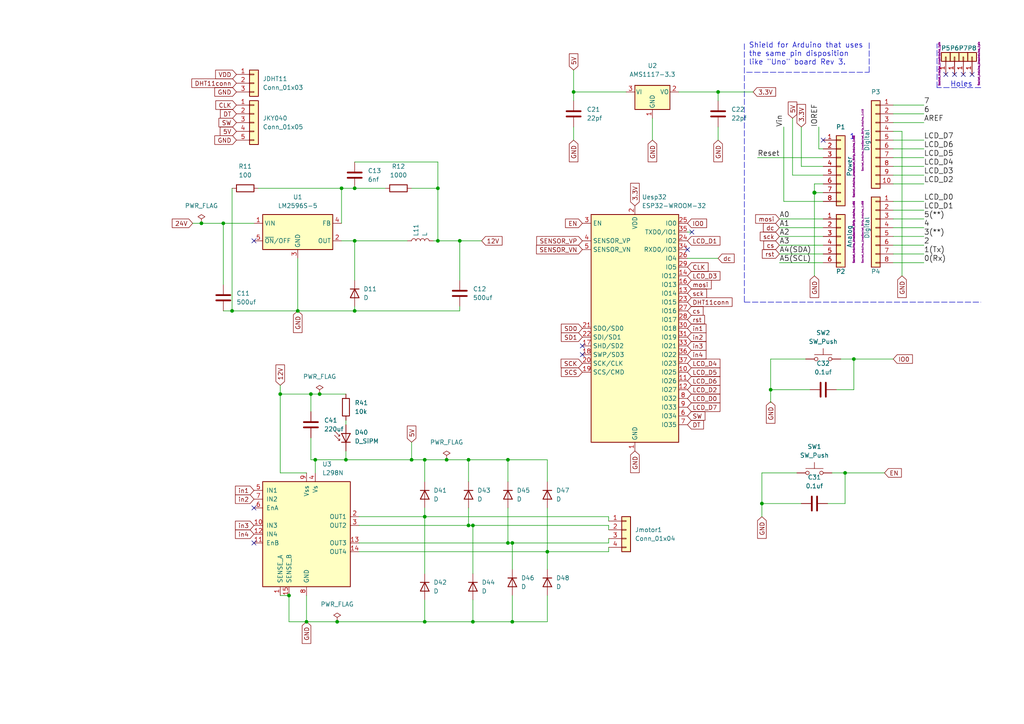
<source format=kicad_sch>
(kicad_sch (version 20211123) (generator eeschema)

  (uuid 771bb791-6799-4acd-8494-791716f06928)

  (paper "A4")

  (title_block
    (date "lun. 30 mars 2015")
  )

  (lib_symbols
    (symbol "Connector_Generic:Conn_01x01" (pin_names (offset 1.016) hide) (in_bom yes) (on_board yes)
      (property "Reference" "J" (id 0) (at 0 2.54 0)
        (effects (font (size 1.27 1.27)))
      )
      (property "Value" "Conn_01x01" (id 1) (at 0 -2.54 0)
        (effects (font (size 1.27 1.27)))
      )
      (property "Footprint" "" (id 2) (at 0 0 0)
        (effects (font (size 1.27 1.27)) hide)
      )
      (property "Datasheet" "~" (id 3) (at 0 0 0)
        (effects (font (size 1.27 1.27)) hide)
      )
      (property "ki_keywords" "connector" (id 4) (at 0 0 0)
        (effects (font (size 1.27 1.27)) hide)
      )
      (property "ki_description" "Generic connector, single row, 01x01, script generated (kicad-library-utils/schlib/autogen/connector/)" (id 5) (at 0 0 0)
        (effects (font (size 1.27 1.27)) hide)
      )
      (property "ki_fp_filters" "Connector*:*_1x??_*" (id 6) (at 0 0 0)
        (effects (font (size 1.27 1.27)) hide)
      )
      (symbol "Conn_01x01_1_1"
        (rectangle (start -1.27 0.127) (end 0 -0.127)
          (stroke (width 0.1524) (type default) (color 0 0 0 0))
          (fill (type none))
        )
        (rectangle (start -1.27 1.27) (end 1.27 -1.27)
          (stroke (width 0.254) (type default) (color 0 0 0 0))
          (fill (type background))
        )
        (pin passive line (at -5.08 0 0) (length 3.81)
          (name "Pin_1" (effects (font (size 1.27 1.27))))
          (number "1" (effects (font (size 1.27 1.27))))
        )
      )
    )
    (symbol "Connector_Generic:Conn_01x03" (pin_names (offset 1.016) hide) (in_bom yes) (on_board yes)
      (property "Reference" "J" (id 0) (at 0 5.08 0)
        (effects (font (size 1.27 1.27)))
      )
      (property "Value" "Conn_01x03" (id 1) (at 0 -5.08 0)
        (effects (font (size 1.27 1.27)))
      )
      (property "Footprint" "" (id 2) (at 0 0 0)
        (effects (font (size 1.27 1.27)) hide)
      )
      (property "Datasheet" "~" (id 3) (at 0 0 0)
        (effects (font (size 1.27 1.27)) hide)
      )
      (property "ki_keywords" "connector" (id 4) (at 0 0 0)
        (effects (font (size 1.27 1.27)) hide)
      )
      (property "ki_description" "Generic connector, single row, 01x03, script generated (kicad-library-utils/schlib/autogen/connector/)" (id 5) (at 0 0 0)
        (effects (font (size 1.27 1.27)) hide)
      )
      (property "ki_fp_filters" "Connector*:*_1x??_*" (id 6) (at 0 0 0)
        (effects (font (size 1.27 1.27)) hide)
      )
      (symbol "Conn_01x03_1_1"
        (rectangle (start -1.27 -2.413) (end 0 -2.667)
          (stroke (width 0.1524) (type default) (color 0 0 0 0))
          (fill (type none))
        )
        (rectangle (start -1.27 0.127) (end 0 -0.127)
          (stroke (width 0.1524) (type default) (color 0 0 0 0))
          (fill (type none))
        )
        (rectangle (start -1.27 2.667) (end 0 2.413)
          (stroke (width 0.1524) (type default) (color 0 0 0 0))
          (fill (type none))
        )
        (rectangle (start -1.27 3.81) (end 1.27 -3.81)
          (stroke (width 0.254) (type default) (color 0 0 0 0))
          (fill (type background))
        )
        (pin passive line (at -5.08 2.54 0) (length 3.81)
          (name "Pin_1" (effects (font (size 1.27 1.27))))
          (number "1" (effects (font (size 1.27 1.27))))
        )
        (pin passive line (at -5.08 0 0) (length 3.81)
          (name "Pin_2" (effects (font (size 1.27 1.27))))
          (number "2" (effects (font (size 1.27 1.27))))
        )
        (pin passive line (at -5.08 -2.54 0) (length 3.81)
          (name "Pin_3" (effects (font (size 1.27 1.27))))
          (number "3" (effects (font (size 1.27 1.27))))
        )
      )
    )
    (symbol "Connector_Generic:Conn_01x04" (pin_names (offset 1.016) hide) (in_bom yes) (on_board yes)
      (property "Reference" "J" (id 0) (at 0 5.08 0)
        (effects (font (size 1.27 1.27)))
      )
      (property "Value" "Conn_01x04" (id 1) (at 0 -7.62 0)
        (effects (font (size 1.27 1.27)))
      )
      (property "Footprint" "" (id 2) (at 0 0 0)
        (effects (font (size 1.27 1.27)) hide)
      )
      (property "Datasheet" "~" (id 3) (at 0 0 0)
        (effects (font (size 1.27 1.27)) hide)
      )
      (property "ki_keywords" "connector" (id 4) (at 0 0 0)
        (effects (font (size 1.27 1.27)) hide)
      )
      (property "ki_description" "Generic connector, single row, 01x04, script generated (kicad-library-utils/schlib/autogen/connector/)" (id 5) (at 0 0 0)
        (effects (font (size 1.27 1.27)) hide)
      )
      (property "ki_fp_filters" "Connector*:*_1x??_*" (id 6) (at 0 0 0)
        (effects (font (size 1.27 1.27)) hide)
      )
      (symbol "Conn_01x04_1_1"
        (rectangle (start -1.27 -4.953) (end 0 -5.207)
          (stroke (width 0.1524) (type default) (color 0 0 0 0))
          (fill (type none))
        )
        (rectangle (start -1.27 -2.413) (end 0 -2.667)
          (stroke (width 0.1524) (type default) (color 0 0 0 0))
          (fill (type none))
        )
        (rectangle (start -1.27 0.127) (end 0 -0.127)
          (stroke (width 0.1524) (type default) (color 0 0 0 0))
          (fill (type none))
        )
        (rectangle (start -1.27 2.667) (end 0 2.413)
          (stroke (width 0.1524) (type default) (color 0 0 0 0))
          (fill (type none))
        )
        (rectangle (start -1.27 3.81) (end 1.27 -6.35)
          (stroke (width 0.254) (type default) (color 0 0 0 0))
          (fill (type background))
        )
        (pin passive line (at -5.08 2.54 0) (length 3.81)
          (name "Pin_1" (effects (font (size 1.27 1.27))))
          (number "1" (effects (font (size 1.27 1.27))))
        )
        (pin passive line (at -5.08 0 0) (length 3.81)
          (name "Pin_2" (effects (font (size 1.27 1.27))))
          (number "2" (effects (font (size 1.27 1.27))))
        )
        (pin passive line (at -5.08 -2.54 0) (length 3.81)
          (name "Pin_3" (effects (font (size 1.27 1.27))))
          (number "3" (effects (font (size 1.27 1.27))))
        )
        (pin passive line (at -5.08 -5.08 0) (length 3.81)
          (name "Pin_4" (effects (font (size 1.27 1.27))))
          (number "4" (effects (font (size 1.27 1.27))))
        )
      )
    )
    (symbol "Connector_Generic:Conn_01x05" (pin_names (offset 1.016) hide) (in_bom yes) (on_board yes)
      (property "Reference" "J" (id 0) (at 0 7.62 0)
        (effects (font (size 1.27 1.27)))
      )
      (property "Value" "Conn_01x05" (id 1) (at 0 -7.62 0)
        (effects (font (size 1.27 1.27)))
      )
      (property "Footprint" "" (id 2) (at 0 0 0)
        (effects (font (size 1.27 1.27)) hide)
      )
      (property "Datasheet" "~" (id 3) (at 0 0 0)
        (effects (font (size 1.27 1.27)) hide)
      )
      (property "ki_keywords" "connector" (id 4) (at 0 0 0)
        (effects (font (size 1.27 1.27)) hide)
      )
      (property "ki_description" "Generic connector, single row, 01x05, script generated (kicad-library-utils/schlib/autogen/connector/)" (id 5) (at 0 0 0)
        (effects (font (size 1.27 1.27)) hide)
      )
      (property "ki_fp_filters" "Connector*:*_1x??_*" (id 6) (at 0 0 0)
        (effects (font (size 1.27 1.27)) hide)
      )
      (symbol "Conn_01x05_1_1"
        (rectangle (start -1.27 -4.953) (end 0 -5.207)
          (stroke (width 0.1524) (type default) (color 0 0 0 0))
          (fill (type none))
        )
        (rectangle (start -1.27 -2.413) (end 0 -2.667)
          (stroke (width 0.1524) (type default) (color 0 0 0 0))
          (fill (type none))
        )
        (rectangle (start -1.27 0.127) (end 0 -0.127)
          (stroke (width 0.1524) (type default) (color 0 0 0 0))
          (fill (type none))
        )
        (rectangle (start -1.27 2.667) (end 0 2.413)
          (stroke (width 0.1524) (type default) (color 0 0 0 0))
          (fill (type none))
        )
        (rectangle (start -1.27 5.207) (end 0 4.953)
          (stroke (width 0.1524) (type default) (color 0 0 0 0))
          (fill (type none))
        )
        (rectangle (start -1.27 6.35) (end 1.27 -6.35)
          (stroke (width 0.254) (type default) (color 0 0 0 0))
          (fill (type background))
        )
        (pin passive line (at -5.08 5.08 0) (length 3.81)
          (name "Pin_1" (effects (font (size 1.27 1.27))))
          (number "1" (effects (font (size 1.27 1.27))))
        )
        (pin passive line (at -5.08 2.54 0) (length 3.81)
          (name "Pin_2" (effects (font (size 1.27 1.27))))
          (number "2" (effects (font (size 1.27 1.27))))
        )
        (pin passive line (at -5.08 0 0) (length 3.81)
          (name "Pin_3" (effects (font (size 1.27 1.27))))
          (number "3" (effects (font (size 1.27 1.27))))
        )
        (pin passive line (at -5.08 -2.54 0) (length 3.81)
          (name "Pin_4" (effects (font (size 1.27 1.27))))
          (number "4" (effects (font (size 1.27 1.27))))
        )
        (pin passive line (at -5.08 -5.08 0) (length 3.81)
          (name "Pin_5" (effects (font (size 1.27 1.27))))
          (number "5" (effects (font (size 1.27 1.27))))
        )
      )
    )
    (symbol "Connector_Generic:Conn_01x06" (pin_names (offset 1.016) hide) (in_bom yes) (on_board yes)
      (property "Reference" "J" (id 0) (at 0 7.62 0)
        (effects (font (size 1.27 1.27)))
      )
      (property "Value" "Conn_01x06" (id 1) (at 0 -10.16 0)
        (effects (font (size 1.27 1.27)))
      )
      (property "Footprint" "" (id 2) (at 0 0 0)
        (effects (font (size 1.27 1.27)) hide)
      )
      (property "Datasheet" "~" (id 3) (at 0 0 0)
        (effects (font (size 1.27 1.27)) hide)
      )
      (property "ki_keywords" "connector" (id 4) (at 0 0 0)
        (effects (font (size 1.27 1.27)) hide)
      )
      (property "ki_description" "Generic connector, single row, 01x06, script generated (kicad-library-utils/schlib/autogen/connector/)" (id 5) (at 0 0 0)
        (effects (font (size 1.27 1.27)) hide)
      )
      (property "ki_fp_filters" "Connector*:*_1x??_*" (id 6) (at 0 0 0)
        (effects (font (size 1.27 1.27)) hide)
      )
      (symbol "Conn_01x06_1_1"
        (rectangle (start -1.27 -7.493) (end 0 -7.747)
          (stroke (width 0.1524) (type default) (color 0 0 0 0))
          (fill (type none))
        )
        (rectangle (start -1.27 -4.953) (end 0 -5.207)
          (stroke (width 0.1524) (type default) (color 0 0 0 0))
          (fill (type none))
        )
        (rectangle (start -1.27 -2.413) (end 0 -2.667)
          (stroke (width 0.1524) (type default) (color 0 0 0 0))
          (fill (type none))
        )
        (rectangle (start -1.27 0.127) (end 0 -0.127)
          (stroke (width 0.1524) (type default) (color 0 0 0 0))
          (fill (type none))
        )
        (rectangle (start -1.27 2.667) (end 0 2.413)
          (stroke (width 0.1524) (type default) (color 0 0 0 0))
          (fill (type none))
        )
        (rectangle (start -1.27 5.207) (end 0 4.953)
          (stroke (width 0.1524) (type default) (color 0 0 0 0))
          (fill (type none))
        )
        (rectangle (start -1.27 6.35) (end 1.27 -8.89)
          (stroke (width 0.254) (type default) (color 0 0 0 0))
          (fill (type background))
        )
        (pin passive line (at -5.08 5.08 0) (length 3.81)
          (name "Pin_1" (effects (font (size 1.27 1.27))))
          (number "1" (effects (font (size 1.27 1.27))))
        )
        (pin passive line (at -5.08 2.54 0) (length 3.81)
          (name "Pin_2" (effects (font (size 1.27 1.27))))
          (number "2" (effects (font (size 1.27 1.27))))
        )
        (pin passive line (at -5.08 0 0) (length 3.81)
          (name "Pin_3" (effects (font (size 1.27 1.27))))
          (number "3" (effects (font (size 1.27 1.27))))
        )
        (pin passive line (at -5.08 -2.54 0) (length 3.81)
          (name "Pin_4" (effects (font (size 1.27 1.27))))
          (number "4" (effects (font (size 1.27 1.27))))
        )
        (pin passive line (at -5.08 -5.08 0) (length 3.81)
          (name "Pin_5" (effects (font (size 1.27 1.27))))
          (number "5" (effects (font (size 1.27 1.27))))
        )
        (pin passive line (at -5.08 -7.62 0) (length 3.81)
          (name "Pin_6" (effects (font (size 1.27 1.27))))
          (number "6" (effects (font (size 1.27 1.27))))
        )
      )
    )
    (symbol "Connector_Generic:Conn_01x08" (pin_names (offset 1.016) hide) (in_bom yes) (on_board yes)
      (property "Reference" "J" (id 0) (at 0 10.16 0)
        (effects (font (size 1.27 1.27)))
      )
      (property "Value" "Conn_01x08" (id 1) (at 0 -12.7 0)
        (effects (font (size 1.27 1.27)))
      )
      (property "Footprint" "" (id 2) (at 0 0 0)
        (effects (font (size 1.27 1.27)) hide)
      )
      (property "Datasheet" "~" (id 3) (at 0 0 0)
        (effects (font (size 1.27 1.27)) hide)
      )
      (property "ki_keywords" "connector" (id 4) (at 0 0 0)
        (effects (font (size 1.27 1.27)) hide)
      )
      (property "ki_description" "Generic connector, single row, 01x08, script generated (kicad-library-utils/schlib/autogen/connector/)" (id 5) (at 0 0 0)
        (effects (font (size 1.27 1.27)) hide)
      )
      (property "ki_fp_filters" "Connector*:*_1x??_*" (id 6) (at 0 0 0)
        (effects (font (size 1.27 1.27)) hide)
      )
      (symbol "Conn_01x08_1_1"
        (rectangle (start -1.27 -10.033) (end 0 -10.287)
          (stroke (width 0.1524) (type default) (color 0 0 0 0))
          (fill (type none))
        )
        (rectangle (start -1.27 -7.493) (end 0 -7.747)
          (stroke (width 0.1524) (type default) (color 0 0 0 0))
          (fill (type none))
        )
        (rectangle (start -1.27 -4.953) (end 0 -5.207)
          (stroke (width 0.1524) (type default) (color 0 0 0 0))
          (fill (type none))
        )
        (rectangle (start -1.27 -2.413) (end 0 -2.667)
          (stroke (width 0.1524) (type default) (color 0 0 0 0))
          (fill (type none))
        )
        (rectangle (start -1.27 0.127) (end 0 -0.127)
          (stroke (width 0.1524) (type default) (color 0 0 0 0))
          (fill (type none))
        )
        (rectangle (start -1.27 2.667) (end 0 2.413)
          (stroke (width 0.1524) (type default) (color 0 0 0 0))
          (fill (type none))
        )
        (rectangle (start -1.27 5.207) (end 0 4.953)
          (stroke (width 0.1524) (type default) (color 0 0 0 0))
          (fill (type none))
        )
        (rectangle (start -1.27 7.747) (end 0 7.493)
          (stroke (width 0.1524) (type default) (color 0 0 0 0))
          (fill (type none))
        )
        (rectangle (start -1.27 8.89) (end 1.27 -11.43)
          (stroke (width 0.254) (type default) (color 0 0 0 0))
          (fill (type background))
        )
        (pin passive line (at -5.08 7.62 0) (length 3.81)
          (name "Pin_1" (effects (font (size 1.27 1.27))))
          (number "1" (effects (font (size 1.27 1.27))))
        )
        (pin passive line (at -5.08 5.08 0) (length 3.81)
          (name "Pin_2" (effects (font (size 1.27 1.27))))
          (number "2" (effects (font (size 1.27 1.27))))
        )
        (pin passive line (at -5.08 2.54 0) (length 3.81)
          (name "Pin_3" (effects (font (size 1.27 1.27))))
          (number "3" (effects (font (size 1.27 1.27))))
        )
        (pin passive line (at -5.08 0 0) (length 3.81)
          (name "Pin_4" (effects (font (size 1.27 1.27))))
          (number "4" (effects (font (size 1.27 1.27))))
        )
        (pin passive line (at -5.08 -2.54 0) (length 3.81)
          (name "Pin_5" (effects (font (size 1.27 1.27))))
          (number "5" (effects (font (size 1.27 1.27))))
        )
        (pin passive line (at -5.08 -5.08 0) (length 3.81)
          (name "Pin_6" (effects (font (size 1.27 1.27))))
          (number "6" (effects (font (size 1.27 1.27))))
        )
        (pin passive line (at -5.08 -7.62 0) (length 3.81)
          (name "Pin_7" (effects (font (size 1.27 1.27))))
          (number "7" (effects (font (size 1.27 1.27))))
        )
        (pin passive line (at -5.08 -10.16 0) (length 3.81)
          (name "Pin_8" (effects (font (size 1.27 1.27))))
          (number "8" (effects (font (size 1.27 1.27))))
        )
      )
    )
    (symbol "Connector_Generic:Conn_01x10" (pin_names (offset 1.016) hide) (in_bom yes) (on_board yes)
      (property "Reference" "J" (id 0) (at 0 12.7 0)
        (effects (font (size 1.27 1.27)))
      )
      (property "Value" "Conn_01x10" (id 1) (at 0 -15.24 0)
        (effects (font (size 1.27 1.27)))
      )
      (property "Footprint" "" (id 2) (at 0 0 0)
        (effects (font (size 1.27 1.27)) hide)
      )
      (property "Datasheet" "~" (id 3) (at 0 0 0)
        (effects (font (size 1.27 1.27)) hide)
      )
      (property "ki_keywords" "connector" (id 4) (at 0 0 0)
        (effects (font (size 1.27 1.27)) hide)
      )
      (property "ki_description" "Generic connector, single row, 01x10, script generated (kicad-library-utils/schlib/autogen/connector/)" (id 5) (at 0 0 0)
        (effects (font (size 1.27 1.27)) hide)
      )
      (property "ki_fp_filters" "Connector*:*_1x??_*" (id 6) (at 0 0 0)
        (effects (font (size 1.27 1.27)) hide)
      )
      (symbol "Conn_01x10_1_1"
        (rectangle (start -1.27 -12.573) (end 0 -12.827)
          (stroke (width 0.1524) (type default) (color 0 0 0 0))
          (fill (type none))
        )
        (rectangle (start -1.27 -10.033) (end 0 -10.287)
          (stroke (width 0.1524) (type default) (color 0 0 0 0))
          (fill (type none))
        )
        (rectangle (start -1.27 -7.493) (end 0 -7.747)
          (stroke (width 0.1524) (type default) (color 0 0 0 0))
          (fill (type none))
        )
        (rectangle (start -1.27 -4.953) (end 0 -5.207)
          (stroke (width 0.1524) (type default) (color 0 0 0 0))
          (fill (type none))
        )
        (rectangle (start -1.27 -2.413) (end 0 -2.667)
          (stroke (width 0.1524) (type default) (color 0 0 0 0))
          (fill (type none))
        )
        (rectangle (start -1.27 0.127) (end 0 -0.127)
          (stroke (width 0.1524) (type default) (color 0 0 0 0))
          (fill (type none))
        )
        (rectangle (start -1.27 2.667) (end 0 2.413)
          (stroke (width 0.1524) (type default) (color 0 0 0 0))
          (fill (type none))
        )
        (rectangle (start -1.27 5.207) (end 0 4.953)
          (stroke (width 0.1524) (type default) (color 0 0 0 0))
          (fill (type none))
        )
        (rectangle (start -1.27 7.747) (end 0 7.493)
          (stroke (width 0.1524) (type default) (color 0 0 0 0))
          (fill (type none))
        )
        (rectangle (start -1.27 10.287) (end 0 10.033)
          (stroke (width 0.1524) (type default) (color 0 0 0 0))
          (fill (type none))
        )
        (rectangle (start -1.27 11.43) (end 1.27 -13.97)
          (stroke (width 0.254) (type default) (color 0 0 0 0))
          (fill (type background))
        )
        (pin passive line (at -5.08 10.16 0) (length 3.81)
          (name "Pin_1" (effects (font (size 1.27 1.27))))
          (number "1" (effects (font (size 1.27 1.27))))
        )
        (pin passive line (at -5.08 -12.7 0) (length 3.81)
          (name "Pin_10" (effects (font (size 1.27 1.27))))
          (number "10" (effects (font (size 1.27 1.27))))
        )
        (pin passive line (at -5.08 7.62 0) (length 3.81)
          (name "Pin_2" (effects (font (size 1.27 1.27))))
          (number "2" (effects (font (size 1.27 1.27))))
        )
        (pin passive line (at -5.08 5.08 0) (length 3.81)
          (name "Pin_3" (effects (font (size 1.27 1.27))))
          (number "3" (effects (font (size 1.27 1.27))))
        )
        (pin passive line (at -5.08 2.54 0) (length 3.81)
          (name "Pin_4" (effects (font (size 1.27 1.27))))
          (number "4" (effects (font (size 1.27 1.27))))
        )
        (pin passive line (at -5.08 0 0) (length 3.81)
          (name "Pin_5" (effects (font (size 1.27 1.27))))
          (number "5" (effects (font (size 1.27 1.27))))
        )
        (pin passive line (at -5.08 -2.54 0) (length 3.81)
          (name "Pin_6" (effects (font (size 1.27 1.27))))
          (number "6" (effects (font (size 1.27 1.27))))
        )
        (pin passive line (at -5.08 -5.08 0) (length 3.81)
          (name "Pin_7" (effects (font (size 1.27 1.27))))
          (number "7" (effects (font (size 1.27 1.27))))
        )
        (pin passive line (at -5.08 -7.62 0) (length 3.81)
          (name "Pin_8" (effects (font (size 1.27 1.27))))
          (number "8" (effects (font (size 1.27 1.27))))
        )
        (pin passive line (at -5.08 -10.16 0) (length 3.81)
          (name "Pin_9" (effects (font (size 1.27 1.27))))
          (number "9" (effects (font (size 1.27 1.27))))
        )
      )
    )
    (symbol "Device:C" (pin_numbers hide) (pin_names (offset 0.254)) (in_bom yes) (on_board yes)
      (property "Reference" "C" (id 0) (at 0.635 2.54 0)
        (effects (font (size 1.27 1.27)) (justify left))
      )
      (property "Value" "C" (id 1) (at 0.635 -2.54 0)
        (effects (font (size 1.27 1.27)) (justify left))
      )
      (property "Footprint" "" (id 2) (at 0.9652 -3.81 0)
        (effects (font (size 1.27 1.27)) hide)
      )
      (property "Datasheet" "~" (id 3) (at 0 0 0)
        (effects (font (size 1.27 1.27)) hide)
      )
      (property "ki_keywords" "cap capacitor" (id 4) (at 0 0 0)
        (effects (font (size 1.27 1.27)) hide)
      )
      (property "ki_description" "Unpolarized capacitor" (id 5) (at 0 0 0)
        (effects (font (size 1.27 1.27)) hide)
      )
      (property "ki_fp_filters" "C_*" (id 6) (at 0 0 0)
        (effects (font (size 1.27 1.27)) hide)
      )
      (symbol "C_0_1"
        (polyline
          (pts
            (xy -2.032 -0.762)
            (xy 2.032 -0.762)
          )
          (stroke (width 0.508) (type default) (color 0 0 0 0))
          (fill (type none))
        )
        (polyline
          (pts
            (xy -2.032 0.762)
            (xy 2.032 0.762)
          )
          (stroke (width 0.508) (type default) (color 0 0 0 0))
          (fill (type none))
        )
      )
      (symbol "C_1_1"
        (pin passive line (at 0 3.81 270) (length 2.794)
          (name "~" (effects (font (size 1.27 1.27))))
          (number "1" (effects (font (size 1.27 1.27))))
        )
        (pin passive line (at 0 -3.81 90) (length 2.794)
          (name "~" (effects (font (size 1.27 1.27))))
          (number "2" (effects (font (size 1.27 1.27))))
        )
      )
    )
    (symbol "Device:D" (pin_numbers hide) (pin_names (offset 1.016) hide) (in_bom yes) (on_board yes)
      (property "Reference" "D" (id 0) (at 0 2.54 0)
        (effects (font (size 1.27 1.27)))
      )
      (property "Value" "D" (id 1) (at 0 -2.54 0)
        (effects (font (size 1.27 1.27)))
      )
      (property "Footprint" "" (id 2) (at 0 0 0)
        (effects (font (size 1.27 1.27)) hide)
      )
      (property "Datasheet" "~" (id 3) (at 0 0 0)
        (effects (font (size 1.27 1.27)) hide)
      )
      (property "ki_keywords" "diode" (id 4) (at 0 0 0)
        (effects (font (size 1.27 1.27)) hide)
      )
      (property "ki_description" "Diode" (id 5) (at 0 0 0)
        (effects (font (size 1.27 1.27)) hide)
      )
      (property "ki_fp_filters" "TO-???* *_Diode_* *SingleDiode* D_*" (id 6) (at 0 0 0)
        (effects (font (size 1.27 1.27)) hide)
      )
      (symbol "D_0_1"
        (polyline
          (pts
            (xy -1.27 1.27)
            (xy -1.27 -1.27)
          )
          (stroke (width 0.254) (type default) (color 0 0 0 0))
          (fill (type none))
        )
        (polyline
          (pts
            (xy 1.27 0)
            (xy -1.27 0)
          )
          (stroke (width 0) (type default) (color 0 0 0 0))
          (fill (type none))
        )
        (polyline
          (pts
            (xy 1.27 1.27)
            (xy 1.27 -1.27)
            (xy -1.27 0)
            (xy 1.27 1.27)
          )
          (stroke (width 0.254) (type default) (color 0 0 0 0))
          (fill (type none))
        )
      )
      (symbol "D_1_1"
        (pin passive line (at -3.81 0 0) (length 2.54)
          (name "K" (effects (font (size 1.27 1.27))))
          (number "1" (effects (font (size 1.27 1.27))))
        )
        (pin passive line (at 3.81 0 180) (length 2.54)
          (name "A" (effects (font (size 1.27 1.27))))
          (number "2" (effects (font (size 1.27 1.27))))
        )
      )
    )
    (symbol "Device:D_SiPM" (pin_numbers hide) (pin_names hide) (in_bom yes) (on_board yes)
      (property "Reference" "D" (id 0) (at 1.778 1.778 0)
        (effects (font (size 1.27 1.27)) (justify left))
      )
      (property "Value" "D_SiPM" (id 1) (at 0.254 -2.794 0)
        (effects (font (size 1.27 1.27)))
      )
      (property "Footprint" "" (id 2) (at 1.27 4.445 0)
        (effects (font (size 1.27 1.27)) hide)
      )
      (property "Datasheet" "~" (id 3) (at 0 0 0)
        (effects (font (size 1.27 1.27)) hide)
      )
      (property "ki_keywords" "SiPM MPPC SPAD photon counting" (id 4) (at 0 0 0)
        (effects (font (size 1.27 1.27)) hide)
      )
      (property "ki_description" "Silicon photomultiplier" (id 5) (at 0 0 0)
        (effects (font (size 1.27 1.27)) hide)
      )
      (property "ki_fp_filters" "MPPC*" (id 6) (at 0 0 0)
        (effects (font (size 1.27 1.27)) hide)
      )
      (symbol "D_SiPM_0_1"
        (polyline
          (pts
            (xy -1.27 0)
            (xy 1.27 0)
          )
          (stroke (width 0) (type default) (color 0 0 0 0))
          (fill (type none))
        )
        (polyline
          (pts
            (xy -1.27 1.27)
            (xy -1.27 -1.27)
          )
          (stroke (width 0.254) (type default) (color 0 0 0 0))
          (fill (type none))
        )
        (polyline
          (pts
            (xy -0.762 1.778)
            (xy -0.254 1.778)
          )
          (stroke (width 0) (type default) (color 0 0 0 0))
          (fill (type none))
        )
        (polyline
          (pts
            (xy 1.27 1.27)
            (xy 1.27 -1.27)
          )
          (stroke (width 0.254) (type default) (color 0 0 0 0))
          (fill (type none))
        )
        (polyline
          (pts
            (xy 0.762 3.302)
            (xy -0.762 1.778)
            (xy -0.762 2.286)
          )
          (stroke (width 0) (type default) (color 0 0 0 0))
          (fill (type none))
        )
        (polyline
          (pts
            (xy 1.27 1.27)
            (xy -1.27 0)
            (xy 1.27 -1.27)
          )
          (stroke (width 0.254) (type default) (color 0 0 0 0))
          (fill (type none))
        )
        (polyline
          (pts
            (xy 2.032 3.302)
            (xy 0.508 1.778)
            (xy 0.508 2.286)
            (xy 0.508 1.778)
            (xy 1.016 1.778)
          )
          (stroke (width 0) (type default) (color 0 0 0 0))
          (fill (type none))
        )
      )
      (symbol "D_SiPM_1_1"
        (pin passive line (at -3.81 0 0) (length 2.54)
          (name "K" (effects (font (size 1.27 1.27))))
          (number "1" (effects (font (size 1.27 1.27))))
        )
        (pin passive line (at 3.81 0 180) (length 2.54)
          (name "A" (effects (font (size 1.27 1.27))))
          (number "2" (effects (font (size 1.27 1.27))))
        )
      )
    )
    (symbol "Device:L" (pin_numbers hide) (pin_names (offset 1.016) hide) (in_bom yes) (on_board yes)
      (property "Reference" "L" (id 0) (at -1.27 0 90)
        (effects (font (size 1.27 1.27)))
      )
      (property "Value" "L" (id 1) (at 1.905 0 90)
        (effects (font (size 1.27 1.27)))
      )
      (property "Footprint" "" (id 2) (at 0 0 0)
        (effects (font (size 1.27 1.27)) hide)
      )
      (property "Datasheet" "~" (id 3) (at 0 0 0)
        (effects (font (size 1.27 1.27)) hide)
      )
      (property "ki_keywords" "inductor choke coil reactor magnetic" (id 4) (at 0 0 0)
        (effects (font (size 1.27 1.27)) hide)
      )
      (property "ki_description" "Inductor" (id 5) (at 0 0 0)
        (effects (font (size 1.27 1.27)) hide)
      )
      (property "ki_fp_filters" "Choke_* *Coil* Inductor_* L_*" (id 6) (at 0 0 0)
        (effects (font (size 1.27 1.27)) hide)
      )
      (symbol "L_0_1"
        (arc (start 0 -2.54) (mid 0.635 -1.905) (end 0 -1.27)
          (stroke (width 0) (type default) (color 0 0 0 0))
          (fill (type none))
        )
        (arc (start 0 -1.27) (mid 0.635 -0.635) (end 0 0)
          (stroke (width 0) (type default) (color 0 0 0 0))
          (fill (type none))
        )
        (arc (start 0 0) (mid 0.635 0.635) (end 0 1.27)
          (stroke (width 0) (type default) (color 0 0 0 0))
          (fill (type none))
        )
        (arc (start 0 1.27) (mid 0.635 1.905) (end 0 2.54)
          (stroke (width 0) (type default) (color 0 0 0 0))
          (fill (type none))
        )
      )
      (symbol "L_1_1"
        (pin passive line (at 0 3.81 270) (length 1.27)
          (name "1" (effects (font (size 1.27 1.27))))
          (number "1" (effects (font (size 1.27 1.27))))
        )
        (pin passive line (at 0 -3.81 90) (length 1.27)
          (name "2" (effects (font (size 1.27 1.27))))
          (number "2" (effects (font (size 1.27 1.27))))
        )
      )
    )
    (symbol "Device:R" (pin_numbers hide) (pin_names (offset 0)) (in_bom yes) (on_board yes)
      (property "Reference" "R" (id 0) (at 2.032 0 90)
        (effects (font (size 1.27 1.27)))
      )
      (property "Value" "R" (id 1) (at 0 0 90)
        (effects (font (size 1.27 1.27)))
      )
      (property "Footprint" "" (id 2) (at -1.778 0 90)
        (effects (font (size 1.27 1.27)) hide)
      )
      (property "Datasheet" "~" (id 3) (at 0 0 0)
        (effects (font (size 1.27 1.27)) hide)
      )
      (property "ki_keywords" "R res resistor" (id 4) (at 0 0 0)
        (effects (font (size 1.27 1.27)) hide)
      )
      (property "ki_description" "Resistor" (id 5) (at 0 0 0)
        (effects (font (size 1.27 1.27)) hide)
      )
      (property "ki_fp_filters" "R_*" (id 6) (at 0 0 0)
        (effects (font (size 1.27 1.27)) hide)
      )
      (symbol "R_0_1"
        (rectangle (start -1.016 -2.54) (end 1.016 2.54)
          (stroke (width 0.254) (type default) (color 0 0 0 0))
          (fill (type none))
        )
      )
      (symbol "R_1_1"
        (pin passive line (at 0 3.81 270) (length 1.27)
          (name "~" (effects (font (size 1.27 1.27))))
          (number "1" (effects (font (size 1.27 1.27))))
        )
        (pin passive line (at 0 -3.81 90) (length 1.27)
          (name "~" (effects (font (size 1.27 1.27))))
          (number "2" (effects (font (size 1.27 1.27))))
        )
      )
    )
    (symbol "Driver_Motor:L298N" (pin_names (offset 1.016)) (in_bom yes) (on_board yes)
      (property "Reference" "U" (id 0) (at -10.16 16.51 0)
        (effects (font (size 1.27 1.27)) (justify right))
      )
      (property "Value" "L298N" (id 1) (at 12.7 16.51 0)
        (effects (font (size 1.27 1.27)) (justify right))
      )
      (property "Footprint" "Package_TO_SOT_THT:TO-220-15_P2.54x2.54mm_StaggerOdd_Lead4.58mm_Vertical" (id 2) (at 1.27 -16.51 0)
        (effects (font (size 1.27 1.27)) (justify left) hide)
      )
      (property "Datasheet" "http://www.st.com/st-web-ui/static/active/en/resource/technical/document/datasheet/CD00000240.pdf" (id 3) (at 3.81 6.35 0)
        (effects (font (size 1.27 1.27)) hide)
      )
      (property "ki_keywords" "H-bridge motor driver" (id 4) (at 0 0 0)
        (effects (font (size 1.27 1.27)) hide)
      )
      (property "ki_description" "Dual full bridge motor driver, up to 46V, 4A, Multiwatt15-V" (id 5) (at 0 0 0)
        (effects (font (size 1.27 1.27)) hide)
      )
      (property "ki_fp_filters" "TO?220*StaggerOdd*Vertical*" (id 6) (at 0 0 0)
        (effects (font (size 1.27 1.27)) hide)
      )
      (symbol "L298N_0_1"
        (rectangle (start -12.7 15.24) (end 12.7 -15.24)
          (stroke (width 0.254) (type default) (color 0 0 0 0))
          (fill (type background))
        )
      )
      (symbol "L298N_1_1"
        (pin power_in line (at -7.62 -17.78 90) (length 2.54)
          (name "SENSE_A" (effects (font (size 1.27 1.27))))
          (number "1" (effects (font (size 1.27 1.27))))
        )
        (pin input line (at -15.24 2.54 0) (length 2.54)
          (name "IN3" (effects (font (size 1.27 1.27))))
          (number "10" (effects (font (size 1.27 1.27))))
        )
        (pin input line (at -15.24 -2.54 0) (length 2.54)
          (name "EnB" (effects (font (size 1.27 1.27))))
          (number "11" (effects (font (size 1.27 1.27))))
        )
        (pin input line (at -15.24 0 0) (length 2.54)
          (name "IN4" (effects (font (size 1.27 1.27))))
          (number "12" (effects (font (size 1.27 1.27))))
        )
        (pin output line (at 15.24 -2.54 180) (length 2.54)
          (name "OUT3" (effects (font (size 1.27 1.27))))
          (number "13" (effects (font (size 1.27 1.27))))
        )
        (pin output line (at 15.24 -5.08 180) (length 2.54)
          (name "OUT4" (effects (font (size 1.27 1.27))))
          (number "14" (effects (font (size 1.27 1.27))))
        )
        (pin power_in line (at -5.08 -17.78 90) (length 2.54)
          (name "SENSE_B" (effects (font (size 1.27 1.27))))
          (number "15" (effects (font (size 1.27 1.27))))
        )
        (pin output line (at 15.24 5.08 180) (length 2.54)
          (name "OUT1" (effects (font (size 1.27 1.27))))
          (number "2" (effects (font (size 1.27 1.27))))
        )
        (pin output line (at 15.24 2.54 180) (length 2.54)
          (name "OUT2" (effects (font (size 1.27 1.27))))
          (number "3" (effects (font (size 1.27 1.27))))
        )
        (pin power_in line (at 2.54 17.78 270) (length 2.54)
          (name "Vs" (effects (font (size 1.27 1.27))))
          (number "4" (effects (font (size 1.27 1.27))))
        )
        (pin input line (at -15.24 12.7 0) (length 2.54)
          (name "IN1" (effects (font (size 1.27 1.27))))
          (number "5" (effects (font (size 1.27 1.27))))
        )
        (pin input line (at -15.24 7.62 0) (length 2.54)
          (name "EnA" (effects (font (size 1.27 1.27))))
          (number "6" (effects (font (size 1.27 1.27))))
        )
        (pin input line (at -15.24 10.16 0) (length 2.54)
          (name "IN2" (effects (font (size 1.27 1.27))))
          (number "7" (effects (font (size 1.27 1.27))))
        )
        (pin power_in line (at 0 -17.78 90) (length 2.54)
          (name "GND" (effects (font (size 1.27 1.27))))
          (number "8" (effects (font (size 1.27 1.27))))
        )
        (pin power_in line (at 0 17.78 270) (length 2.54)
          (name "Vss" (effects (font (size 1.27 1.27))))
          (number "9" (effects (font (size 1.27 1.27))))
        )
      )
    )
    (symbol "RF_Module:ESP32-WROOM-32" (in_bom yes) (on_board yes)
      (property "Reference" "U" (id 0) (at -12.7 34.29 0)
        (effects (font (size 1.27 1.27)) (justify left))
      )
      (property "Value" "ESP32-WROOM-32" (id 1) (at 1.27 34.29 0)
        (effects (font (size 1.27 1.27)) (justify left))
      )
      (property "Footprint" "RF_Module:ESP32-WROOM-32" (id 2) (at 0 -38.1 0)
        (effects (font (size 1.27 1.27)) hide)
      )
      (property "Datasheet" "https://www.espressif.com/sites/default/files/documentation/esp32-wroom-32_datasheet_en.pdf" (id 3) (at -7.62 1.27 0)
        (effects (font (size 1.27 1.27)) hide)
      )
      (property "ki_keywords" "RF Radio BT ESP ESP32 Espressif onboard PCB antenna" (id 4) (at 0 0 0)
        (effects (font (size 1.27 1.27)) hide)
      )
      (property "ki_description" "RF Module, ESP32-D0WDQ6 SoC, Wi-Fi 802.11b/g/n, Bluetooth, BLE, 32-bit, 2.7-3.6V, onboard antenna, SMD" (id 5) (at 0 0 0)
        (effects (font (size 1.27 1.27)) hide)
      )
      (property "ki_fp_filters" "ESP32?WROOM?32*" (id 6) (at 0 0 0)
        (effects (font (size 1.27 1.27)) hide)
      )
      (symbol "ESP32-WROOM-32_0_1"
        (rectangle (start -12.7 33.02) (end 12.7 -33.02)
          (stroke (width 0.254) (type default) (color 0 0 0 0))
          (fill (type background))
        )
      )
      (symbol "ESP32-WROOM-32_1_1"
        (pin power_in line (at 0 -35.56 90) (length 2.54)
          (name "GND" (effects (font (size 1.27 1.27))))
          (number "1" (effects (font (size 1.27 1.27))))
        )
        (pin bidirectional line (at 15.24 -12.7 180) (length 2.54)
          (name "IO25" (effects (font (size 1.27 1.27))))
          (number "10" (effects (font (size 1.27 1.27))))
        )
        (pin bidirectional line (at 15.24 -15.24 180) (length 2.54)
          (name "IO26" (effects (font (size 1.27 1.27))))
          (number "11" (effects (font (size 1.27 1.27))))
        )
        (pin bidirectional line (at 15.24 -17.78 180) (length 2.54)
          (name "IO27" (effects (font (size 1.27 1.27))))
          (number "12" (effects (font (size 1.27 1.27))))
        )
        (pin bidirectional line (at 15.24 10.16 180) (length 2.54)
          (name "IO14" (effects (font (size 1.27 1.27))))
          (number "13" (effects (font (size 1.27 1.27))))
        )
        (pin bidirectional line (at 15.24 15.24 180) (length 2.54)
          (name "IO12" (effects (font (size 1.27 1.27))))
          (number "14" (effects (font (size 1.27 1.27))))
        )
        (pin passive line (at 0 -35.56 90) (length 2.54) hide
          (name "GND" (effects (font (size 1.27 1.27))))
          (number "15" (effects (font (size 1.27 1.27))))
        )
        (pin bidirectional line (at 15.24 12.7 180) (length 2.54)
          (name "IO13" (effects (font (size 1.27 1.27))))
          (number "16" (effects (font (size 1.27 1.27))))
        )
        (pin bidirectional line (at -15.24 -5.08 0) (length 2.54)
          (name "SHD/SD2" (effects (font (size 1.27 1.27))))
          (number "17" (effects (font (size 1.27 1.27))))
        )
        (pin bidirectional line (at -15.24 -7.62 0) (length 2.54)
          (name "SWP/SD3" (effects (font (size 1.27 1.27))))
          (number "18" (effects (font (size 1.27 1.27))))
        )
        (pin bidirectional line (at -15.24 -12.7 0) (length 2.54)
          (name "SCS/CMD" (effects (font (size 1.27 1.27))))
          (number "19" (effects (font (size 1.27 1.27))))
        )
        (pin power_in line (at 0 35.56 270) (length 2.54)
          (name "VDD" (effects (font (size 1.27 1.27))))
          (number "2" (effects (font (size 1.27 1.27))))
        )
        (pin bidirectional line (at -15.24 -10.16 0) (length 2.54)
          (name "SCK/CLK" (effects (font (size 1.27 1.27))))
          (number "20" (effects (font (size 1.27 1.27))))
        )
        (pin bidirectional line (at -15.24 0 0) (length 2.54)
          (name "SDO/SD0" (effects (font (size 1.27 1.27))))
          (number "21" (effects (font (size 1.27 1.27))))
        )
        (pin bidirectional line (at -15.24 -2.54 0) (length 2.54)
          (name "SDI/SD1" (effects (font (size 1.27 1.27))))
          (number "22" (effects (font (size 1.27 1.27))))
        )
        (pin bidirectional line (at 15.24 7.62 180) (length 2.54)
          (name "IO15" (effects (font (size 1.27 1.27))))
          (number "23" (effects (font (size 1.27 1.27))))
        )
        (pin bidirectional line (at 15.24 25.4 180) (length 2.54)
          (name "IO2" (effects (font (size 1.27 1.27))))
          (number "24" (effects (font (size 1.27 1.27))))
        )
        (pin bidirectional line (at 15.24 30.48 180) (length 2.54)
          (name "IO0" (effects (font (size 1.27 1.27))))
          (number "25" (effects (font (size 1.27 1.27))))
        )
        (pin bidirectional line (at 15.24 20.32 180) (length 2.54)
          (name "IO4" (effects (font (size 1.27 1.27))))
          (number "26" (effects (font (size 1.27 1.27))))
        )
        (pin bidirectional line (at 15.24 5.08 180) (length 2.54)
          (name "IO16" (effects (font (size 1.27 1.27))))
          (number "27" (effects (font (size 1.27 1.27))))
        )
        (pin bidirectional line (at 15.24 2.54 180) (length 2.54)
          (name "IO17" (effects (font (size 1.27 1.27))))
          (number "28" (effects (font (size 1.27 1.27))))
        )
        (pin bidirectional line (at 15.24 17.78 180) (length 2.54)
          (name "IO5" (effects (font (size 1.27 1.27))))
          (number "29" (effects (font (size 1.27 1.27))))
        )
        (pin input line (at -15.24 30.48 0) (length 2.54)
          (name "EN" (effects (font (size 1.27 1.27))))
          (number "3" (effects (font (size 1.27 1.27))))
        )
        (pin bidirectional line (at 15.24 0 180) (length 2.54)
          (name "IO18" (effects (font (size 1.27 1.27))))
          (number "30" (effects (font (size 1.27 1.27))))
        )
        (pin bidirectional line (at 15.24 -2.54 180) (length 2.54)
          (name "IO19" (effects (font (size 1.27 1.27))))
          (number "31" (effects (font (size 1.27 1.27))))
        )
        (pin no_connect line (at -12.7 -27.94 0) (length 2.54) hide
          (name "NC" (effects (font (size 1.27 1.27))))
          (number "32" (effects (font (size 1.27 1.27))))
        )
        (pin bidirectional line (at 15.24 -5.08 180) (length 2.54)
          (name "IO21" (effects (font (size 1.27 1.27))))
          (number "33" (effects (font (size 1.27 1.27))))
        )
        (pin bidirectional line (at 15.24 22.86 180) (length 2.54)
          (name "RXD0/IO3" (effects (font (size 1.27 1.27))))
          (number "34" (effects (font (size 1.27 1.27))))
        )
        (pin bidirectional line (at 15.24 27.94 180) (length 2.54)
          (name "TXD0/IO1" (effects (font (size 1.27 1.27))))
          (number "35" (effects (font (size 1.27 1.27))))
        )
        (pin bidirectional line (at 15.24 -7.62 180) (length 2.54)
          (name "IO22" (effects (font (size 1.27 1.27))))
          (number "36" (effects (font (size 1.27 1.27))))
        )
        (pin bidirectional line (at 15.24 -10.16 180) (length 2.54)
          (name "IO23" (effects (font (size 1.27 1.27))))
          (number "37" (effects (font (size 1.27 1.27))))
        )
        (pin passive line (at 0 -35.56 90) (length 2.54) hide
          (name "GND" (effects (font (size 1.27 1.27))))
          (number "38" (effects (font (size 1.27 1.27))))
        )
        (pin passive line (at 0 -35.56 90) (length 2.54) hide
          (name "GND" (effects (font (size 1.27 1.27))))
          (number "39" (effects (font (size 1.27 1.27))))
        )
        (pin input line (at -15.24 25.4 0) (length 2.54)
          (name "SENSOR_VP" (effects (font (size 1.27 1.27))))
          (number "4" (effects (font (size 1.27 1.27))))
        )
        (pin input line (at -15.24 22.86 0) (length 2.54)
          (name "SENSOR_VN" (effects (font (size 1.27 1.27))))
          (number "5" (effects (font (size 1.27 1.27))))
        )
        (pin input line (at 15.24 -25.4 180) (length 2.54)
          (name "IO34" (effects (font (size 1.27 1.27))))
          (number "6" (effects (font (size 1.27 1.27))))
        )
        (pin input line (at 15.24 -27.94 180) (length 2.54)
          (name "IO35" (effects (font (size 1.27 1.27))))
          (number "7" (effects (font (size 1.27 1.27))))
        )
        (pin bidirectional line (at 15.24 -20.32 180) (length 2.54)
          (name "IO32" (effects (font (size 1.27 1.27))))
          (number "8" (effects (font (size 1.27 1.27))))
        )
        (pin bidirectional line (at 15.24 -22.86 180) (length 2.54)
          (name "IO33" (effects (font (size 1.27 1.27))))
          (number "9" (effects (font (size 1.27 1.27))))
        )
      )
    )
    (symbol "Regulator_Linear:AMS1117-3.3" (pin_names (offset 0.254)) (in_bom yes) (on_board yes)
      (property "Reference" "U" (id 0) (at -3.81 3.175 0)
        (effects (font (size 1.27 1.27)))
      )
      (property "Value" "AMS1117-3.3" (id 1) (at 0 3.175 0)
        (effects (font (size 1.27 1.27)) (justify left))
      )
      (property "Footprint" "Package_TO_SOT_SMD:SOT-223-3_TabPin2" (id 2) (at 0 5.08 0)
        (effects (font (size 1.27 1.27)) hide)
      )
      (property "Datasheet" "http://www.advanced-monolithic.com/pdf/ds1117.pdf" (id 3) (at 2.54 -6.35 0)
        (effects (font (size 1.27 1.27)) hide)
      )
      (property "ki_keywords" "linear regulator ldo fixed positive" (id 4) (at 0 0 0)
        (effects (font (size 1.27 1.27)) hide)
      )
      (property "ki_description" "1A Low Dropout regulator, positive, 3.3V fixed output, SOT-223" (id 5) (at 0 0 0)
        (effects (font (size 1.27 1.27)) hide)
      )
      (property "ki_fp_filters" "SOT?223*TabPin2*" (id 6) (at 0 0 0)
        (effects (font (size 1.27 1.27)) hide)
      )
      (symbol "AMS1117-3.3_0_1"
        (rectangle (start -5.08 -5.08) (end 5.08 1.905)
          (stroke (width 0.254) (type default) (color 0 0 0 0))
          (fill (type background))
        )
      )
      (symbol "AMS1117-3.3_1_1"
        (pin power_in line (at 0 -7.62 90) (length 2.54)
          (name "GND" (effects (font (size 1.27 1.27))))
          (number "1" (effects (font (size 1.27 1.27))))
        )
        (pin power_out line (at 7.62 0 180) (length 2.54)
          (name "VO" (effects (font (size 1.27 1.27))))
          (number "2" (effects (font (size 1.27 1.27))))
        )
        (pin power_in line (at -7.62 0 0) (length 2.54)
          (name "VI" (effects (font (size 1.27 1.27))))
          (number "3" (effects (font (size 1.27 1.27))))
        )
      )
    )
    (symbol "Regulator_Switching:LM2596S-5" (in_bom yes) (on_board yes)
      (property "Reference" "U" (id 0) (at -10.16 6.35 0)
        (effects (font (size 1.27 1.27)) (justify left))
      )
      (property "Value" "LM2596S-5" (id 1) (at 0 6.35 0)
        (effects (font (size 1.27 1.27)) (justify left))
      )
      (property "Footprint" "Package_TO_SOT_SMD:TO-263-5_TabPin3" (id 2) (at 1.27 -6.35 0)
        (effects (font (size 1.27 1.27) italic) (justify left) hide)
      )
      (property "Datasheet" "http://www.ti.com/lit/ds/symlink/lm2596.pdf" (id 3) (at 0 0 0)
        (effects (font (size 1.27 1.27)) hide)
      )
      (property "ki_keywords" "Step-Down Voltage Regulator 5V 3A" (id 4) (at 0 0 0)
        (effects (font (size 1.27 1.27)) hide)
      )
      (property "ki_description" "5V 3A Step-Down Voltage Regulator, TO-263" (id 5) (at 0 0 0)
        (effects (font (size 1.27 1.27)) hide)
      )
      (property "ki_fp_filters" "TO?263*" (id 6) (at 0 0 0)
        (effects (font (size 1.27 1.27)) hide)
      )
      (symbol "LM2596S-5_0_1"
        (rectangle (start -10.16 5.08) (end 10.16 -5.08)
          (stroke (width 0.254) (type default) (color 0 0 0 0))
          (fill (type background))
        )
      )
      (symbol "LM2596S-5_1_1"
        (pin power_in line (at -12.7 2.54 0) (length 2.54)
          (name "VIN" (effects (font (size 1.27 1.27))))
          (number "1" (effects (font (size 1.27 1.27))))
        )
        (pin output line (at 12.7 -2.54 180) (length 2.54)
          (name "OUT" (effects (font (size 1.27 1.27))))
          (number "2" (effects (font (size 1.27 1.27))))
        )
        (pin power_in line (at 0 -7.62 90) (length 2.54)
          (name "GND" (effects (font (size 1.27 1.27))))
          (number "3" (effects (font (size 1.27 1.27))))
        )
        (pin input line (at 12.7 2.54 180) (length 2.54)
          (name "FB" (effects (font (size 1.27 1.27))))
          (number "4" (effects (font (size 1.27 1.27))))
        )
        (pin input line (at -12.7 -2.54 0) (length 2.54)
          (name "~{ON}/OFF" (effects (font (size 1.27 1.27))))
          (number "5" (effects (font (size 1.27 1.27))))
        )
      )
    )
    (symbol "Switch:SW_Push" (pin_numbers hide) (pin_names (offset 1.016) hide) (in_bom yes) (on_board yes)
      (property "Reference" "SW" (id 0) (at 1.27 2.54 0)
        (effects (font (size 1.27 1.27)) (justify left))
      )
      (property "Value" "SW_Push" (id 1) (at 0 -1.524 0)
        (effects (font (size 1.27 1.27)))
      )
      (property "Footprint" "" (id 2) (at 0 5.08 0)
        (effects (font (size 1.27 1.27)) hide)
      )
      (property "Datasheet" "~" (id 3) (at 0 5.08 0)
        (effects (font (size 1.27 1.27)) hide)
      )
      (property "ki_keywords" "switch normally-open pushbutton push-button" (id 4) (at 0 0 0)
        (effects (font (size 1.27 1.27)) hide)
      )
      (property "ki_description" "Push button switch, generic, two pins" (id 5) (at 0 0 0)
        (effects (font (size 1.27 1.27)) hide)
      )
      (symbol "SW_Push_0_1"
        (circle (center -2.032 0) (radius 0.508)
          (stroke (width 0) (type default) (color 0 0 0 0))
          (fill (type none))
        )
        (polyline
          (pts
            (xy 0 1.27)
            (xy 0 3.048)
          )
          (stroke (width 0) (type default) (color 0 0 0 0))
          (fill (type none))
        )
        (polyline
          (pts
            (xy 2.54 1.27)
            (xy -2.54 1.27)
          )
          (stroke (width 0) (type default) (color 0 0 0 0))
          (fill (type none))
        )
        (circle (center 2.032 0) (radius 0.508)
          (stroke (width 0) (type default) (color 0 0 0 0))
          (fill (type none))
        )
        (pin passive line (at -5.08 0 0) (length 2.54)
          (name "1" (effects (font (size 1.27 1.27))))
          (number "1" (effects (font (size 1.27 1.27))))
        )
        (pin passive line (at 5.08 0 180) (length 2.54)
          (name "2" (effects (font (size 1.27 1.27))))
          (number "2" (effects (font (size 1.27 1.27))))
        )
      )
    )
    (symbol "power:PWR_FLAG" (power) (pin_numbers hide) (pin_names (offset 0) hide) (in_bom yes) (on_board yes)
      (property "Reference" "#FLG" (id 0) (at 0 1.905 0)
        (effects (font (size 1.27 1.27)) hide)
      )
      (property "Value" "PWR_FLAG" (id 1) (at 0 3.81 0)
        (effects (font (size 1.27 1.27)))
      )
      (property "Footprint" "" (id 2) (at 0 0 0)
        (effects (font (size 1.27 1.27)) hide)
      )
      (property "Datasheet" "~" (id 3) (at 0 0 0)
        (effects (font (size 1.27 1.27)) hide)
      )
      (property "ki_keywords" "power-flag" (id 4) (at 0 0 0)
        (effects (font (size 1.27 1.27)) hide)
      )
      (property "ki_description" "Special symbol for telling ERC where power comes from" (id 5) (at 0 0 0)
        (effects (font (size 1.27 1.27)) hide)
      )
      (symbol "PWR_FLAG_0_0"
        (pin power_out line (at 0 0 90) (length 0)
          (name "pwr" (effects (font (size 1.27 1.27))))
          (number "1" (effects (font (size 1.27 1.27))))
        )
      )
      (symbol "PWR_FLAG_0_1"
        (polyline
          (pts
            (xy 0 0)
            (xy 0 1.27)
            (xy -1.016 1.905)
            (xy 0 2.54)
            (xy 1.016 1.905)
            (xy 0 1.27)
          )
          (stroke (width 0) (type default) (color 0 0 0 0))
          (fill (type none))
        )
      )
    )
  )

  (junction (at 236.22 55.88) (diameter 1.016) (color 0 0 0 0)
    (uuid 0104dadd-e186-436a-af61-38eac2e433d8)
  )
  (junction (at 102.87 90.17) (diameter 0) (color 0 0 0 0)
    (uuid 088dab03-c69e-464f-b4a0-4a578bb90024)
  )
  (junction (at 135.89 133.35) (diameter 0) (color 0 0 0 0)
    (uuid 11b0eaed-edb6-4358-81c3-8d46f48a93a9)
  )
  (junction (at 83.82 172.72) (diameter 0) (color 0 0 0 0)
    (uuid 12a381f2-2c95-49ef-a183-180704cbf2cf)
  )
  (junction (at 137.16 180.34) (diameter 0) (color 0 0 0 0)
    (uuid 145ed3c2-98ab-4e83-af42-312806973080)
  )
  (junction (at 166.37 26.67) (diameter 0) (color 0 0 0 0)
    (uuid 16cb4a67-ff6a-440d-9d27-d913bb3b5bfc)
  )
  (junction (at 97.79 180.34) (diameter 0) (color 0 0 0 0)
    (uuid 1fba9c1f-ae15-4e24-b72f-d16169b2cb6f)
  )
  (junction (at 91.44 133.35) (diameter 0) (color 0 0 0 0)
    (uuid 208113a4-41bc-4087-9240-c43472f15993)
  )
  (junction (at 220.98 146.05) (diameter 0) (color 0 0 0 0)
    (uuid 2c5a3c95-dd5e-4655-a060-5486d8fdc3cb)
  )
  (junction (at 135.89 152.4) (diameter 0) (color 0 0 0 0)
    (uuid 2fa4edf0-c26e-4109-ab7f-5d57b4ce2257)
  )
  (junction (at 67.31 90.17) (diameter 0) (color 0 0 0 0)
    (uuid 315138b7-2af0-4de7-8386-765f121ce90e)
  )
  (junction (at 92.71 114.3) (diameter 0) (color 0 0 0 0)
    (uuid 3b0012b1-0f80-49a1-be33-8c93d1c52338)
  )
  (junction (at 64.77 64.77) (diameter 0) (color 0 0 0 0)
    (uuid 455bd0a4-470f-400c-a091-71012fa99e92)
  )
  (junction (at 102.87 54.61) (diameter 0) (color 0 0 0 0)
    (uuid 5729dcc6-30c0-4a77-98fe-cdb365076527)
  )
  (junction (at 86.36 90.17) (diameter 0) (color 0 0 0 0)
    (uuid 58a4de4b-7509-4aa2-97f9-e73dcf0eefb6)
  )
  (junction (at 148.59 157.48) (diameter 0) (color 0 0 0 0)
    (uuid 5e01c55a-4cb4-4825-b4bf-4abd022f1981)
  )
  (junction (at 208.28 26.67) (diameter 0) (color 0 0 0 0)
    (uuid 643c1dde-d6b0-4830-a2df-9eb8b5c91d6a)
  )
  (junction (at 123.19 133.35) (diameter 0) (color 0 0 0 0)
    (uuid 6542666d-ed9a-429e-a9ed-563252edde74)
  )
  (junction (at 129.54 133.35) (diameter 0) (color 0 0 0 0)
    (uuid 66a6148a-ebe8-417b-a961-08ad56e49749)
  )
  (junction (at 99.06 54.61) (diameter 0) (color 0 0 0 0)
    (uuid 734363d8-a1f5-4b7e-9bdb-0347f6677f1e)
  )
  (junction (at 147.32 133.35) (diameter 0) (color 0 0 0 0)
    (uuid 7796c1cb-e32c-4b68-931b-ece32b35cf64)
  )
  (junction (at 88.9 180.34) (diameter 0) (color 0 0 0 0)
    (uuid 7eb5497c-2141-4d3e-ad3d-07a2416d02c7)
  )
  (junction (at 245.11 137.16) (diameter 0) (color 0 0 0 0)
    (uuid 806e666b-026c-4938-94aa-0ae94e2408f3)
  )
  (junction (at 127 54.61) (diameter 0) (color 0 0 0 0)
    (uuid 87c251ef-53f1-40bf-a120-5e0091af1177)
  )
  (junction (at 123.19 149.86) (diameter 0) (color 0 0 0 0)
    (uuid 8fa34731-5ef7-47d4-82c4-a7d05373edcb)
  )
  (junction (at 119.38 133.35) (diameter 0) (color 0 0 0 0)
    (uuid 9680f836-29ac-4df4-a50b-9e23cc52e5ee)
  )
  (junction (at 90.17 114.3) (diameter 0) (color 0 0 0 0)
    (uuid 98f1d24a-2d36-4f5d-bb24-4ca7d012d02e)
  )
  (junction (at 102.87 69.85) (diameter 0) (color 0 0 0 0)
    (uuid a3b04b9e-f72c-4a82-a604-fbeaca93b52b)
  )
  (junction (at 100.33 133.35) (diameter 0) (color 0 0 0 0)
    (uuid adc89143-18a4-4268-89ab-568e66a6e610)
  )
  (junction (at 137.16 152.4) (diameter 0) (color 0 0 0 0)
    (uuid af96675e-0a21-45ea-8f18-b316560c76d8)
  )
  (junction (at 133.35 69.85) (diameter 0) (color 0 0 0 0)
    (uuid b4b0cbd4-f20c-4e9d-a10a-3d117aadf3bb)
  )
  (junction (at 247.65 104.14) (diameter 0) (color 0 0 0 0)
    (uuid b57ddd78-d1de-4a0b-aa8e-6f5919d2bdf2)
  )
  (junction (at 81.28 114.3) (diameter 0) (color 0 0 0 0)
    (uuid ba4e187c-f1d7-4f17-8c60-15099fbc922a)
  )
  (junction (at 127 69.85) (diameter 0) (color 0 0 0 0)
    (uuid bee96aa9-03ee-4eb6-8ee7-b6ed73fe64b7)
  )
  (junction (at 223.52 113.03) (diameter 0) (color 0 0 0 0)
    (uuid d597d8a6-8af6-4b80-9094-8941ec057b35)
  )
  (junction (at 148.59 180.34) (diameter 0) (color 0 0 0 0)
    (uuid d7434546-2f10-4f2e-9e5a-c8d409836d93)
  )
  (junction (at 123.19 180.34) (diameter 0) (color 0 0 0 0)
    (uuid da8686e6-f15f-4165-ab8a-12cf8a558c52)
  )
  (junction (at 147.32 157.48) (diameter 0) (color 0 0 0 0)
    (uuid dce463a5-994f-46ff-9764-815f0b7a5967)
  )
  (junction (at 58.42 64.77) (diameter 0) (color 0 0 0 0)
    (uuid de6bbbed-bafe-45d1-b60b-36573f6dfa9f)
  )
  (junction (at 158.75 160.02) (diameter 0) (color 0 0 0 0)
    (uuid fdfa9a3a-e55c-47be-bca3-72c226d5807d)
  )

  (no_connect (at 199.39 72.39) (uuid 04463fc0-0509-44e5-a23b-9951405436b8))
  (no_connect (at 73.66 147.32) (uuid 18f6c496-f736-4871-b787-68e1333a3ed2))
  (no_connect (at 73.66 157.48) (uuid 18f6c496-f736-4871-b787-68e1333a3ed3))
  (no_connect (at 279.4 21.59) (uuid 1e6b0158-998f-479f-b5f3-a9a5c4344aa5))
  (no_connect (at 274.32 21.59) (uuid 21366241-88bb-42b5-950a-a4754adb3a1f))
  (no_connect (at 276.86 21.59) (uuid 758fd30e-3356-4227-a550-77c711885a43))
  (no_connect (at 281.94 21.59) (uuid 8f403774-7818-41c9-9d2d-6d850f8c47f7))
  (no_connect (at 200.66 67.31) (uuid 9263ee32-ef8f-4a5e-bc52-60f9878afc68))
  (no_connect (at 168.91 102.87) (uuid 9263ee32-ef8f-4a5e-bc52-60f9878afc69))
  (no_connect (at 168.91 100.33) (uuid 9263ee32-ef8f-4a5e-bc52-60f9878afc6a))
  (no_connect (at 238.76 40.64) (uuid 9f0cde0b-9c6a-4eb9-a729-bc8288f3f315))
  (no_connect (at 73.66 69.85) (uuid d29d2da3-6619-4dd8-a088-da774cb86a56))

  (wire (pts (xy 200.66 67.31) (xy 199.39 67.31))
    (stroke (width 0) (type default) (color 0 0 0 0))
    (uuid 011004ef-d892-4fce-bc73-96980fdc9292)
  )
  (wire (pts (xy 148.59 172.72) (xy 148.59 180.34))
    (stroke (width 0) (type default) (color 0 0 0 0))
    (uuid 0444ef7c-e390-4d88-9478-4bd5f010e016)
  )
  (wire (pts (xy 238.76 48.26) (xy 232.41 48.26))
    (stroke (width 0) (type solid) (color 0 0 0 0))
    (uuid 0757f431-c497-40d7-959f-e2313f119673)
  )
  (wire (pts (xy 100.33 133.35) (xy 100.33 130.81))
    (stroke (width 0) (type default) (color 0 0 0 0))
    (uuid 089b8c16-0a97-4bb2-88b6-5c00b55d79f0)
  )
  (wire (pts (xy 238.76 71.12) (xy 226.06 71.12))
    (stroke (width 0) (type solid) (color 0 0 0 0))
    (uuid 0aedcc2d-5c81-44ad-9067-9f2bc34b25ff)
  )
  (wire (pts (xy 123.19 149.86) (xy 176.53 149.86))
    (stroke (width 0) (type default) (color 0 0 0 0))
    (uuid 0b1d8013-78f0-47f3-8b72-884a9f8b4e9f)
  )
  (wire (pts (xy 102.87 69.85) (xy 102.87 81.28))
    (stroke (width 0) (type default) (color 0 0 0 0))
    (uuid 0f435f1f-3fa5-4204-8e36-277e950145a9)
  )
  (polyline (pts (xy 252.095 20.955) (xy 252.095 12.065))
    (stroke (width 0) (type dash) (color 0 0 0 0))
    (uuid 11c8e397-534c-4ca9-a2ff-2df4cd3a92c0)
  )

  (wire (pts (xy 137.16 180.34) (xy 123.19 180.34))
    (stroke (width 0) (type default) (color 0 0 0 0))
    (uuid 13d06a18-ef56-4c27-ac07-b6cd91c19497)
  )
  (wire (pts (xy 119.38 133.35) (xy 119.38 128.27))
    (stroke (width 0) (type default) (color 0 0 0 0))
    (uuid 14a779af-5064-4e32-a521-7c1d020a7ea3)
  )
  (wire (pts (xy 158.75 172.72) (xy 158.75 180.34))
    (stroke (width 0) (type default) (color 0 0 0 0))
    (uuid 162a6118-4f9b-411e-a80e-f57e935c3e19)
  )
  (wire (pts (xy 259.08 63.5) (xy 267.97 63.5))
    (stroke (width 0) (type solid) (color 0 0 0 0))
    (uuid 18ca34c7-1950-4d5c-9bbf-8aa0a2b56d25)
  )
  (wire (pts (xy 81.28 114.3) (xy 90.17 114.3))
    (stroke (width 0) (type default) (color 0 0 0 0))
    (uuid 1932e2d8-670b-429b-ac47-08bf6030afd9)
  )
  (wire (pts (xy 119.38 133.35) (xy 123.19 133.35))
    (stroke (width 0) (type default) (color 0 0 0 0))
    (uuid 1a1c2b24-9c9f-4ac3-a0a5-38d5665556c5)
  )
  (wire (pts (xy 181.61 26.67) (xy 166.37 26.67))
    (stroke (width 0) (type default) (color 0 0 0 0))
    (uuid 1a50dd99-d17a-4548-9b9c-153eeae828da)
  )
  (wire (pts (xy 90.17 114.3) (xy 90.17 119.38))
    (stroke (width 0) (type default) (color 0 0 0 0))
    (uuid 1b22d123-383c-4405-9e41-d7ac68b06c1b)
  )
  (wire (pts (xy 102.87 54.61) (xy 111.76 54.61))
    (stroke (width 0) (type default) (color 0 0 0 0))
    (uuid 1ef87122-04e0-49f5-ab89-ab5ecdc7b425)
  )
  (wire (pts (xy 127 69.85) (xy 125.73 69.85))
    (stroke (width 0) (type default) (color 0 0 0 0))
    (uuid 1fe7023d-662f-4121-abcd-4faa60649af4)
  )
  (wire (pts (xy 58.42 64.77) (xy 64.77 64.77))
    (stroke (width 0) (type default) (color 0 0 0 0))
    (uuid 212debce-fd1f-4937-aa44-083183f6e3d3)
  )
  (wire (pts (xy 158.75 160.02) (xy 158.75 165.1))
    (stroke (width 0) (type default) (color 0 0 0 0))
    (uuid 216a4557-cdae-436c-8dcb-a2b1142079fe)
  )
  (wire (pts (xy 104.14 152.4) (xy 135.89 152.4))
    (stroke (width 0) (type default) (color 0 0 0 0))
    (uuid 231724a4-b590-485a-81a5-50c995f44068)
  )
  (wire (pts (xy 88.9 172.72) (xy 88.9 180.34))
    (stroke (width 0) (type default) (color 0 0 0 0))
    (uuid 2574e3cd-e34c-44a4-b88d-cb0f93896447)
  )
  (wire (pts (xy 86.36 90.17) (xy 102.87 90.17))
    (stroke (width 0) (type default) (color 0 0 0 0))
    (uuid 25b6eef3-bfa7-4170-858d-f6d13484cbd2)
  )
  (wire (pts (xy 245.11 137.16) (xy 256.54 137.16))
    (stroke (width 0) (type default) (color 0 0 0 0))
    (uuid 28d71547-f2ce-4b66-b51b-31df4248248d)
  )
  (wire (pts (xy 176.53 160.02) (xy 176.53 158.75))
    (stroke (width 0) (type default) (color 0 0 0 0))
    (uuid 2a048a00-458c-4f50-a9fc-d704bc73a4ec)
  )
  (wire (pts (xy 133.35 69.85) (xy 127 69.85))
    (stroke (width 0) (type default) (color 0 0 0 0))
    (uuid 2ca79ca2-b35c-4d3c-afc7-c1f2aa9386cb)
  )
  (wire (pts (xy 64.77 82.55) (xy 64.77 64.77))
    (stroke (width 0) (type default) (color 0 0 0 0))
    (uuid 2d8a76ca-f7a9-471a-93b0-c5767bac96d9)
  )
  (wire (pts (xy 135.89 147.32) (xy 135.89 152.4))
    (stroke (width 0) (type default) (color 0 0 0 0))
    (uuid 3181caff-9471-4c92-ae40-eec50f858e8d)
  )
  (wire (pts (xy 236.22 53.34) (xy 236.22 55.88))
    (stroke (width 0) (type solid) (color 0 0 0 0))
    (uuid 336c97b9-538f-4574-a297-e9441308128a)
  )
  (wire (pts (xy 100.33 121.92) (xy 100.33 123.19))
    (stroke (width 0) (type default) (color 0 0 0 0))
    (uuid 3482bdd7-fe70-4360-91dd-3b6e91d7e691)
  )
  (wire (pts (xy 242.57 113.03) (xy 247.65 113.03))
    (stroke (width 0) (type default) (color 0 0 0 0))
    (uuid 36bcbcd0-e546-4aef-b00a-725170c28319)
  )
  (wire (pts (xy 135.89 152.4) (xy 137.16 152.4))
    (stroke (width 0) (type default) (color 0 0 0 0))
    (uuid 36d74ec3-4a82-4bbd-941a-865f1c9f7947)
  )
  (wire (pts (xy 247.65 113.03) (xy 247.65 104.14))
    (stroke (width 0) (type default) (color 0 0 0 0))
    (uuid 37d2a316-f6cb-45a2-acab-2d20e2a6e35d)
  )
  (wire (pts (xy 220.98 146.05) (xy 232.41 146.05))
    (stroke (width 0) (type default) (color 0 0 0 0))
    (uuid 3a66ec24-87c9-4b00-ad68-30552ad74a2f)
  )
  (wire (pts (xy 119.38 54.61) (xy 127 54.61))
    (stroke (width 0) (type default) (color 0 0 0 0))
    (uuid 3abf8c3a-fae2-4a57-88f5-e642cef53127)
  )
  (wire (pts (xy 259.08 43.18) (xy 267.97 43.18))
    (stroke (width 0) (type solid) (color 0 0 0 0))
    (uuid 3d0bcd1c-31fa-4001-872f-3afc2035ff3c)
  )
  (wire (pts (xy 261.62 38.1) (xy 261.62 80.01))
    (stroke (width 0) (type solid) (color 0 0 0 0))
    (uuid 3ea2cac2-ec24-4c1b-ba72-a41e73570c6e)
  )
  (wire (pts (xy 238.76 53.34) (xy 236.22 53.34))
    (stroke (width 0) (type solid) (color 0 0 0 0))
    (uuid 3f87af4b-1ede-4942-9ad3-8dc552d70c71)
  )
  (wire (pts (xy 127 46.99) (xy 127 54.61))
    (stroke (width 0) (type default) (color 0 0 0 0))
    (uuid 443be3c8-3945-4684-bfde-dd9cc072c5dc)
  )
  (wire (pts (xy 137.16 173.99) (xy 137.16 180.34))
    (stroke (width 0) (type default) (color 0 0 0 0))
    (uuid 44fbb36f-fdfd-42fa-8e28-7abbf9d5e753)
  )
  (wire (pts (xy 166.37 36.83) (xy 166.37 40.64))
    (stroke (width 0) (type default) (color 0 0 0 0))
    (uuid 450f6218-b2b9-424c-8bc0-241412210ff7)
  )
  (wire (pts (xy 123.19 139.7) (xy 123.19 133.35))
    (stroke (width 0) (type default) (color 0 0 0 0))
    (uuid 49c9a4f4-8335-46fa-9324-d5955b04be95)
  )
  (wire (pts (xy 196.85 26.67) (xy 208.28 26.67))
    (stroke (width 0) (type default) (color 0 0 0 0))
    (uuid 4a920cb5-9494-49c8-91c0-ee9cb5ea8545)
  )
  (wire (pts (xy 90.17 127) (xy 90.17 133.35))
    (stroke (width 0) (type default) (color 0 0 0 0))
    (uuid 4dab9aeb-0ecc-4ee6-b343-5be4818091af)
  )
  (wire (pts (xy 74.93 54.61) (xy 99.06 54.61))
    (stroke (width 0) (type default) (color 0 0 0 0))
    (uuid 4e9d7957-6474-40a0-bb17-2474b1a7faac)
  )
  (wire (pts (xy 233.68 104.14) (xy 223.52 104.14))
    (stroke (width 0) (type default) (color 0 0 0 0))
    (uuid 508fbe62-fe25-4728-adda-a27c17929fb0)
  )
  (wire (pts (xy 259.08 53.34) (xy 267.97 53.34))
    (stroke (width 0) (type solid) (color 0 0 0 0))
    (uuid 50d665e7-0327-4a60-954f-50d92b9d42a4)
  )
  (wire (pts (xy 237.49 43.18) (xy 238.76 43.18))
    (stroke (width 0) (type solid) (color 0 0 0 0))
    (uuid 51361c11-8657-4912-9f76-0970acb41e8f)
  )
  (wire (pts (xy 238.76 50.8) (xy 229.87 50.8))
    (stroke (width 0) (type solid) (color 0 0 0 0))
    (uuid 522d977e-46c5-4026-81ac-3681544b1781)
  )
  (wire (pts (xy 220.98 137.16) (xy 220.98 146.05))
    (stroke (width 0) (type default) (color 0 0 0 0))
    (uuid 55061eff-c071-4d51-bdaa-e8a693087baf)
  )
  (wire (pts (xy 104.14 149.86) (xy 123.19 149.86))
    (stroke (width 0) (type default) (color 0 0 0 0))
    (uuid 550b2be9-f077-400c-85b5-ceba82f784c4)
  )
  (wire (pts (xy 147.32 139.7) (xy 147.32 133.35))
    (stroke (width 0) (type default) (color 0 0 0 0))
    (uuid 59deb715-4396-44ad-8b91-db43a0a53408)
  )
  (wire (pts (xy 97.79 180.34) (xy 88.9 180.34))
    (stroke (width 0) (type default) (color 0 0 0 0))
    (uuid 5af98fc7-38b4-4120-85cf-4c899c72c600)
  )
  (wire (pts (xy 86.36 90.17) (xy 67.31 90.17))
    (stroke (width 0) (type default) (color 0 0 0 0))
    (uuid 5b347af6-d596-46ab-b000-0a8da6916c9a)
  )
  (wire (pts (xy 199.39 74.93) (xy 208.28 74.93))
    (stroke (width 0) (type default) (color 0 0 0 0))
    (uuid 5b6e317d-19de-4a99-b35a-a856709a0b17)
  )
  (wire (pts (xy 99.06 54.61) (xy 99.06 64.77))
    (stroke (width 0) (type default) (color 0 0 0 0))
    (uuid 5cc4ddc7-8c3c-4f47-8c6d-8f4b774426b7)
  )
  (wire (pts (xy 158.75 160.02) (xy 176.53 160.02))
    (stroke (width 0) (type default) (color 0 0 0 0))
    (uuid 5d392f08-1539-40c3-b9b5-c80bdc6b8a5d)
  )
  (wire (pts (xy 64.77 64.77) (xy 73.66 64.77))
    (stroke (width 0) (type default) (color 0 0 0 0))
    (uuid 5e0a1d3e-08f7-4df2-b6e7-8ee3430fe2c1)
  )
  (wire (pts (xy 259.08 40.64) (xy 267.97 40.64))
    (stroke (width 0) (type solid) (color 0 0 0 0))
    (uuid 5fbd8995-f7e4-4120-b746-a46c215926cb)
  )
  (wire (pts (xy 166.37 20.32) (xy 166.37 26.67))
    (stroke (width 0) (type default) (color 0 0 0 0))
    (uuid 606ec388-e866-455d-b85f-87995c7fc73f)
  )
  (wire (pts (xy 259.08 58.42) (xy 267.97 58.42))
    (stroke (width 0) (type solid) (color 0 0 0 0))
    (uuid 64bb48d7-253a-4034-b06b-c11f4dc6113e)
  )
  (wire (pts (xy 238.76 66.04) (xy 226.06 66.04))
    (stroke (width 0) (type solid) (color 0 0 0 0))
    (uuid 64c8ccb5-eb16-41c0-b485-071bc686fac4)
  )
  (wire (pts (xy 259.08 30.48) (xy 267.97 30.48))
    (stroke (width 0) (type solid) (color 0 0 0 0))
    (uuid 67fd595c-eaf3-4222-9ac5-2f907dce2865)
  )
  (wire (pts (xy 129.54 133.35) (xy 135.89 133.35))
    (stroke (width 0) (type default) (color 0 0 0 0))
    (uuid 6be7fded-cafb-48ee-812b-c7922ffc3a41)
  )
  (wire (pts (xy 247.65 104.14) (xy 243.84 104.14))
    (stroke (width 0) (type default) (color 0 0 0 0))
    (uuid 6beb5007-4017-4061-8d74-33cd99b79831)
  )
  (wire (pts (xy 231.14 137.16) (xy 220.98 137.16))
    (stroke (width 0) (type default) (color 0 0 0 0))
    (uuid 6c6d5d76-c85e-4bf4-b192-2ad09e22ff31)
  )
  (wire (pts (xy 259.08 71.12) (xy 267.97 71.12))
    (stroke (width 0) (type solid) (color 0 0 0 0))
    (uuid 6f1162fd-5e62-4249-9fe6-d9d74bb2238f)
  )
  (wire (pts (xy 99.06 54.61) (xy 102.87 54.61))
    (stroke (width 0) (type default) (color 0 0 0 0))
    (uuid 6f177202-6ec9-4e4d-8592-45195dfa367f)
  )
  (wire (pts (xy 240.03 146.05) (xy 245.11 146.05))
    (stroke (width 0) (type default) (color 0 0 0 0))
    (uuid 6f63750f-525a-4134-9466-b8bf87ab4546)
  )
  (wire (pts (xy 208.28 26.67) (xy 218.44 26.67))
    (stroke (width 0) (type default) (color 0 0 0 0))
    (uuid 714a50e5-d669-4ffb-90c4-c74aae5f8396)
  )
  (wire (pts (xy 91.44 133.35) (xy 91.44 137.16))
    (stroke (width 0) (type default) (color 0 0 0 0))
    (uuid 71ab8233-a779-4402-872f-92e1ae32e5da)
  )
  (wire (pts (xy 137.16 152.4) (xy 137.16 166.37))
    (stroke (width 0) (type default) (color 0 0 0 0))
    (uuid 735917d6-76ea-4b65-8e2e-7ab7969a3728)
  )
  (wire (pts (xy 127 54.61) (xy 127 69.85))
    (stroke (width 0) (type default) (color 0 0 0 0))
    (uuid 7636e746-03ba-44fe-bfc7-c68efb7a48f4)
  )
  (wire (pts (xy 238.76 58.42) (xy 227.33 58.42))
    (stroke (width 0) (type solid) (color 0 0 0 0))
    (uuid 799381b9-f766-4dc2-9410-88bc6d44b8c7)
  )
  (wire (pts (xy 67.31 54.61) (xy 67.31 90.17))
    (stroke (width 0) (type default) (color 0 0 0 0))
    (uuid 7b4aed5d-f494-4522-956a-3196bed82f84)
  )
  (wire (pts (xy 147.32 157.48) (xy 148.59 157.48))
    (stroke (width 0) (type default) (color 0 0 0 0))
    (uuid 7bfcb8cb-28a4-433f-aef2-2dd7d7a5db8b)
  )
  (wire (pts (xy 176.53 151.13) (xy 176.53 149.86))
    (stroke (width 0) (type default) (color 0 0 0 0))
    (uuid 7d614ccb-5124-41ee-9cd4-17602c0dd525)
  )
  (wire (pts (xy 147.32 133.35) (xy 135.89 133.35))
    (stroke (width 0) (type default) (color 0 0 0 0))
    (uuid 80eca31b-f783-4dcc-83c3-4080a7920962)
  )
  (wire (pts (xy 81.28 172.72) (xy 83.82 172.72))
    (stroke (width 0) (type default) (color 0 0 0 0))
    (uuid 82a2f28a-14ae-4f89-8a61-982e09c82d7c)
  )
  (wire (pts (xy 208.28 36.83) (xy 208.28 40.64))
    (stroke (width 0) (type default) (color 0 0 0 0))
    (uuid 857361b5-f816-44a0-9ac4-10baec625d9d)
  )
  (wire (pts (xy 148.59 165.1) (xy 148.59 157.48))
    (stroke (width 0) (type default) (color 0 0 0 0))
    (uuid 8714d131-9add-47e3-866f-0d405cbb0b30)
  )
  (wire (pts (xy 166.37 26.67) (xy 166.37 29.21))
    (stroke (width 0) (type default) (color 0 0 0 0))
    (uuid 88dd9460-ec70-4607-a069-687337429912)
  )
  (wire (pts (xy 220.98 146.05) (xy 220.98 149.86))
    (stroke (width 0) (type default) (color 0 0 0 0))
    (uuid 8be0160d-b5ba-43db-b8ef-4be205b956bf)
  )
  (wire (pts (xy 238.76 63.5) (xy 226.06 63.5))
    (stroke (width 0) (type solid) (color 0 0 0 0))
    (uuid 8c41992f-35df-4e1c-93c0-0e28391377a5)
  )
  (wire (pts (xy 83.82 180.34) (xy 83.82 172.72))
    (stroke (width 0) (type default) (color 0 0 0 0))
    (uuid 9237c779-7344-439e-9abe-bf554f18e859)
  )
  (wire (pts (xy 259.08 45.72) (xy 267.97 45.72))
    (stroke (width 0) (type solid) (color 0 0 0 0))
    (uuid 93a46a5b-e345-4b82-8340-0803e9905811)
  )
  (wire (pts (xy 238.76 73.66) (xy 226.06 73.66))
    (stroke (width 0) (type solid) (color 0 0 0 0))
    (uuid 93c3ac5e-2cbb-49f8-9b4c-e82d1ab8f617)
  )
  (wire (pts (xy 176.53 152.4) (xy 176.53 153.67))
    (stroke (width 0) (type default) (color 0 0 0 0))
    (uuid 943759fa-c046-484d-ae9a-21925c2d5052)
  )
  (polyline (pts (xy 284.48 25.4) (xy 271.78 25.4))
    (stroke (width 0) (type dash) (color 0 0 0 0))
    (uuid 977c694c-cd71-4d93-a876-1a6191e5963d)
  )

  (wire (pts (xy 223.52 113.03) (xy 223.52 116.84))
    (stroke (width 0) (type default) (color 0 0 0 0))
    (uuid 993c3731-f125-448d-bd57-260528b19b5f)
  )
  (wire (pts (xy 238.76 45.72) (xy 219.71 45.72))
    (stroke (width 0) (type solid) (color 0 0 0 0))
    (uuid 9c80893f-4ab6-4fdf-8442-6a88dbc62a75)
  )
  (wire (pts (xy 208.28 29.21) (xy 208.28 26.67))
    (stroke (width 0) (type default) (color 0 0 0 0))
    (uuid 9cee542e-1188-4ea4-8863-e2e2c9612b6a)
  )
  (wire (pts (xy 259.08 38.1) (xy 261.62 38.1))
    (stroke (width 0) (type solid) (color 0 0 0 0))
    (uuid 9d26c1f2-b2c5-491f-bb3a-7d9a20703eea)
  )
  (wire (pts (xy 123.19 149.86) (xy 123.19 166.37))
    (stroke (width 0) (type default) (color 0 0 0 0))
    (uuid 9d43545a-ff7a-48e0-bc1c-be60829da42a)
  )
  (wire (pts (xy 238.76 55.88) (xy 236.22 55.88))
    (stroke (width 0) (type solid) (color 0 0 0 0))
    (uuid 9da48385-8906-4888-a389-711d831319c1)
  )
  (wire (pts (xy 259.08 50.8) (xy 267.97 50.8))
    (stroke (width 0) (type solid) (color 0 0 0 0))
    (uuid a0358e02-0bca-47aa-bfba-efc171891269)
  )
  (wire (pts (xy 91.44 133.35) (xy 100.33 133.35))
    (stroke (width 0) (type default) (color 0 0 0 0))
    (uuid a13f084f-3c06-40aa-9e82-d599934499b2)
  )
  (wire (pts (xy 88.9 137.16) (xy 81.28 137.16))
    (stroke (width 0) (type default) (color 0 0 0 0))
    (uuid a4d28714-f58b-44e6-9d32-701eeae17c1d)
  )
  (wire (pts (xy 100.33 133.35) (xy 119.38 133.35))
    (stroke (width 0) (type default) (color 0 0 0 0))
    (uuid a503de2e-91d5-4f9a-b626-a92cd40b1ec0)
  )
  (wire (pts (xy 123.19 180.34) (xy 97.79 180.34))
    (stroke (width 0) (type default) (color 0 0 0 0))
    (uuid a6847386-d518-4c8d-bbe7-2288e14b93ed)
  )
  (wire (pts (xy 123.19 147.32) (xy 123.19 149.86))
    (stroke (width 0) (type default) (color 0 0 0 0))
    (uuid a7fe3799-b6a4-496d-bbdf-2fd7f6e63440)
  )
  (wire (pts (xy 236.22 55.88) (xy 236.22 80.01))
    (stroke (width 0) (type solid) (color 0 0 0 0))
    (uuid aac12a67-e5ad-4de7-bc90-1434ebad5ea8)
  )
  (wire (pts (xy 158.75 139.7) (xy 158.75 133.35))
    (stroke (width 0) (type default) (color 0 0 0 0))
    (uuid aba8cb43-9cf5-45b3-8249-941669e063d8)
  )
  (wire (pts (xy 227.33 58.42) (xy 227.33 36.83))
    (stroke (width 0) (type solid) (color 0 0 0 0))
    (uuid adee68dc-1e74-40b3-ac64-7c67f961544b)
  )
  (wire (pts (xy 135.89 139.7) (xy 135.89 133.35))
    (stroke (width 0) (type default) (color 0 0 0 0))
    (uuid adf702a1-9eac-4d38-9c51-2a391d3bf372)
  )
  (wire (pts (xy 223.52 113.03) (xy 234.95 113.03))
    (stroke (width 0) (type default) (color 0 0 0 0))
    (uuid af8667bb-f2d7-4d0a-98c1-1d5c893b7e5c)
  )
  (wire (pts (xy 245.11 137.16) (xy 241.3 137.16))
    (stroke (width 0) (type default) (color 0 0 0 0))
    (uuid afc7f124-f71c-4553-9701-acfc266b7b35)
  )
  (wire (pts (xy 99.06 69.85) (xy 102.87 69.85))
    (stroke (width 0) (type default) (color 0 0 0 0))
    (uuid b0041b18-97d4-446e-807b-6a825cbe0013)
  )
  (wire (pts (xy 86.36 74.93) (xy 86.36 90.17))
    (stroke (width 0) (type default) (color 0 0 0 0))
    (uuid b2e0775a-cf76-4cfd-8dee-185a6ab54c94)
  )
  (polyline (pts (xy 215.9 87.63) (xy 284.48 87.63))
    (stroke (width 0) (type dash) (color 0 0 0 0))
    (uuid b50d58aa-02f3-4ebc-87e3-376f4733a9db)
  )

  (wire (pts (xy 147.32 147.32) (xy 147.32 157.48))
    (stroke (width 0) (type default) (color 0 0 0 0))
    (uuid b524785d-4b73-4801-8f7e-52ea36befbdc)
  )
  (wire (pts (xy 104.14 157.48) (xy 147.32 157.48))
    (stroke (width 0) (type default) (color 0 0 0 0))
    (uuid b6586cc6-105a-4f3b-a544-cf3ea04b3c35)
  )
  (wire (pts (xy 259.08 68.58) (xy 267.97 68.58))
    (stroke (width 0) (type solid) (color 0 0 0 0))
    (uuid b72d700d-61cb-4212-802a-8c06fa82eb05)
  )
  (wire (pts (xy 88.9 180.34) (xy 83.82 180.34))
    (stroke (width 0) (type default) (color 0 0 0 0))
    (uuid ba4abdf2-8073-4e92-8048-f5f60fec127b)
  )
  (wire (pts (xy 104.14 160.02) (xy 158.75 160.02))
    (stroke (width 0) (type default) (color 0 0 0 0))
    (uuid ba4ba267-b3e4-4634-84ed-c4351b7ef3f5)
  )
  (wire (pts (xy 238.76 76.2) (xy 226.06 76.2))
    (stroke (width 0) (type solid) (color 0 0 0 0))
    (uuid bba9d7ba-ffa9-41cf-90de-79135ba25de8)
  )
  (wire (pts (xy 123.19 173.99) (xy 123.19 180.34))
    (stroke (width 0) (type default) (color 0 0 0 0))
    (uuid bccfc693-edfe-42e5-a7ad-8589828b1d5c)
  )
  (wire (pts (xy 81.28 114.3) (xy 81.28 137.16))
    (stroke (width 0) (type default) (color 0 0 0 0))
    (uuid beceb3e6-5e00-4e95-aca7-249b4a74601d)
  )
  (wire (pts (xy 148.59 157.48) (xy 176.53 157.48))
    (stroke (width 0) (type default) (color 0 0 0 0))
    (uuid c082d708-c714-430b-8613-1239b394a8c2)
  )
  (wire (pts (xy 102.87 46.99) (xy 127 46.99))
    (stroke (width 0) (type default) (color 0 0 0 0))
    (uuid c0ad1181-87f4-45e5-9d93-c7edc3ebd6a8)
  )
  (wire (pts (xy 259.08 73.66) (xy 267.97 73.66))
    (stroke (width 0) (type solid) (color 0 0 0 0))
    (uuid c0d65e7e-04ca-45a5-b36e-c8e9c9bbe38d)
  )
  (wire (pts (xy 102.87 88.9) (xy 102.87 90.17))
    (stroke (width 0) (type default) (color 0 0 0 0))
    (uuid c0de51e6-ce7e-4ead-b957-515c3b9ada6c)
  )
  (polyline (pts (xy 271.78 25.4) (xy 271.78 12.7))
    (stroke (width 0) (type dash) (color 0 0 0 0))
    (uuid c14d1af0-e477-4693-89e5-3e78cf517338)
  )

  (wire (pts (xy 223.52 104.14) (xy 223.52 113.03))
    (stroke (width 0) (type default) (color 0 0 0 0))
    (uuid c2680645-4abc-40dc-9738-30b3641a0235)
  )
  (wire (pts (xy 92.71 114.3) (xy 100.33 114.3))
    (stroke (width 0) (type default) (color 0 0 0 0))
    (uuid c3301062-d9db-4297-b35f-7fb6b6e65342)
  )
  (wire (pts (xy 189.23 34.29) (xy 189.23 40.64))
    (stroke (width 0) (type default) (color 0 0 0 0))
    (uuid c4986fbe-5869-45fe-8a92-6bdf3df9ebe5)
  )
  (wire (pts (xy 55.88 64.77) (xy 58.42 64.77))
    (stroke (width 0) (type default) (color 0 0 0 0))
    (uuid c4ad301c-b631-454e-a10b-2a85a3f886c3)
  )
  (wire (pts (xy 259.08 60.96) (xy 267.97 60.96))
    (stroke (width 0) (type solid) (color 0 0 0 0))
    (uuid c5c478a8-80cc-4298-99d9-1c8912195e60)
  )
  (wire (pts (xy 229.87 50.8) (xy 229.87 34.29))
    (stroke (width 0) (type solid) (color 0 0 0 0))
    (uuid ccdfa0ff-73c8-475f-8a48-0f5b14ad76ae)
  )
  (wire (pts (xy 90.17 114.3) (xy 92.71 114.3))
    (stroke (width 0) (type default) (color 0 0 0 0))
    (uuid d31db7c7-6302-4e81-9ad4-ced0d1096c8e)
  )
  (wire (pts (xy 176.53 157.48) (xy 176.53 156.21))
    (stroke (width 0) (type default) (color 0 0 0 0))
    (uuid d37c0972-2af4-4a4f-a679-e3f6872b4a2b)
  )
  (wire (pts (xy 158.75 133.35) (xy 147.32 133.35))
    (stroke (width 0) (type default) (color 0 0 0 0))
    (uuid d4f71b00-59ca-4ddf-9971-595cfa3fc48e)
  )
  (wire (pts (xy 259.08 33.02) (xy 267.97 33.02))
    (stroke (width 0) (type solid) (color 0 0 0 0))
    (uuid d67c521c-9cb2-4435-9c00-71708c99724d)
  )
  (wire (pts (xy 158.75 147.32) (xy 158.75 160.02))
    (stroke (width 0) (type default) (color 0 0 0 0))
    (uuid d827e970-ed92-4e7e-b8bc-757403285c4e)
  )
  (wire (pts (xy 133.35 81.28) (xy 133.35 69.85))
    (stroke (width 0) (type default) (color 0 0 0 0))
    (uuid d872ee02-c583-44d3-867f-6adda0a65bb1)
  )
  (wire (pts (xy 158.75 180.34) (xy 148.59 180.34))
    (stroke (width 0) (type default) (color 0 0 0 0))
    (uuid d9a645ac-6e9d-4ffc-888b-61c3b9a8afcc)
  )
  (wire (pts (xy 259.08 66.04) (xy 267.97 66.04))
    (stroke (width 0) (type solid) (color 0 0 0 0))
    (uuid dad1c421-6f42-4db5-9124-828ce4659747)
  )
  (wire (pts (xy 247.65 104.14) (xy 259.08 104.14))
    (stroke (width 0) (type default) (color 0 0 0 0))
    (uuid dce90304-0c49-4616-983f-6876ca27672c)
  )
  (wire (pts (xy 259.08 35.56) (xy 267.97 35.56))
    (stroke (width 0) (type solid) (color 0 0 0 0))
    (uuid dd2017ad-be51-41f4-8cdb-568b23df2bc1)
  )
  (wire (pts (xy 148.59 180.34) (xy 137.16 180.34))
    (stroke (width 0) (type default) (color 0 0 0 0))
    (uuid de447179-679d-42d3-99f1-32f0c2a58435)
  )
  (wire (pts (xy 133.35 90.17) (xy 102.87 90.17))
    (stroke (width 0) (type default) (color 0 0 0 0))
    (uuid e0297e10-85e3-4640-b45c-e7d2cfea9ef7)
  )
  (polyline (pts (xy 215.9 12.7) (xy 215.9 87.63))
    (stroke (width 0) (type dash) (color 0 0 0 0))
    (uuid e08f011f-6d5c-4779-bf73-96f9d4ee4fbb)
  )

  (wire (pts (xy 102.87 69.85) (xy 118.11 69.85))
    (stroke (width 0) (type default) (color 0 0 0 0))
    (uuid e0a6c0af-2662-445a-a3b4-dd55a0de037c)
  )
  (wire (pts (xy 232.41 48.26) (xy 232.41 36.83))
    (stroke (width 0) (type solid) (color 0 0 0 0))
    (uuid e815ac56-8bd7-47ec-9f00-eaade19b8108)
  )
  (wire (pts (xy 237.49 36.83) (xy 237.49 43.18))
    (stroke (width 0) (type solid) (color 0 0 0 0))
    (uuid e8ba982e-5254-44e0-a0c3-289a23ee097b)
  )
  (wire (pts (xy 81.28 111.76) (xy 81.28 114.3))
    (stroke (width 0) (type default) (color 0 0 0 0))
    (uuid ef083594-b645-4bec-9194-52b2dc41a903)
  )
  (wire (pts (xy 137.16 152.4) (xy 176.53 152.4))
    (stroke (width 0) (type default) (color 0 0 0 0))
    (uuid ef625f8d-9219-4641-9860-7f23d908d8a5)
  )
  (wire (pts (xy 67.31 90.17) (xy 64.77 90.17))
    (stroke (width 0) (type default) (color 0 0 0 0))
    (uuid f023b30b-3ccd-4826-974e-a0c63212579a)
  )
  (wire (pts (xy 259.08 76.2) (xy 267.97 76.2))
    (stroke (width 0) (type solid) (color 0 0 0 0))
    (uuid f11c35e9-d767-42d5-9c10-3b465d2dd37a)
  )
  (wire (pts (xy 259.08 48.26) (xy 267.97 48.26))
    (stroke (width 0) (type solid) (color 0 0 0 0))
    (uuid f1690a73-b327-4e39-ad53-fe7399114671)
  )
  (wire (pts (xy 133.35 69.85) (xy 139.7 69.85))
    (stroke (width 0) (type default) (color 0 0 0 0))
    (uuid f79fffc4-8a22-4af6-a32b-d898a1495561)
  )
  (wire (pts (xy 90.17 133.35) (xy 91.44 133.35))
    (stroke (width 0) (type default) (color 0 0 0 0))
    (uuid f9054128-8607-4b2a-bdcc-50c5802cb3e7)
  )
  (wire (pts (xy 133.35 88.9) (xy 133.35 90.17))
    (stroke (width 0) (type default) (color 0 0 0 0))
    (uuid fa603635-67f4-4109-ae70-89a06bbfdd57)
  )
  (wire (pts (xy 238.76 68.58) (xy 226.06 68.58))
    (stroke (width 0) (type solid) (color 0 0 0 0))
    (uuid fac3e5eb-bd63-42f3-b6c5-c46a704047f1)
  )
  (wire (pts (xy 245.11 146.05) (xy 245.11 137.16))
    (stroke (width 0) (type default) (color 0 0 0 0))
    (uuid fd903a1c-4acc-4b5b-bef5-4f93a375b9ad)
  )
  (wire (pts (xy 123.19 133.35) (xy 129.54 133.35))
    (stroke (width 0) (type default) (color 0 0 0 0))
    (uuid fdbaa3a4-930b-41b8-9a4e-2992779d57eb)
  )
  (polyline (pts (xy 216.535 20.955) (xy 252.095 20.955))
    (stroke (width 0) (type dash) (color 0 0 0 0))
    (uuid fe92d42b-16f1-48ba-93f2-b49be6cb4922)
  )

  (text "Holes" (at 275.59 25.4 0)
    (effects (font (size 1.524 1.524)) (justify left bottom))
    (uuid 89220290-cba7-40f6-a936-3cfbe958e446)
  )
  (text "Shield for Arduino that uses\nthe same pin disposition\nlike \"Uno\" board Rev 3."
    (at 217.17 19.05 0)
    (effects (font (size 1.524 1.524)) (justify left bottom))
    (uuid 9237f6ac-ba96-4e16-b270-c1c501af2d27)
  )
  (text "1" (at 246.38 40.64 0)
    (effects (font (size 1.524 1.524)) (justify left bottom))
    (uuid f8e31fde-ba43-4a98-8160-ddbeb6f808ac)
  )

  (label "Vin" (at 227.33 36.83 90)
    (effects (font (size 1.524 1.524)) (justify left bottom))
    (uuid 05f4b099-4383-4cfd-9cf0-638560410788)
  )
  (label "0(Rx)" (at 267.97 76.2 0)
    (effects (font (size 1.524 1.524)) (justify left bottom))
    (uuid 1d026952-7e84-42bb-9c7c-74028458afef)
  )
  (label "A4(SDA)" (at 226.06 73.66 0)
    (effects (font (size 1.524 1.524)) (justify left bottom))
    (uuid 1de9036a-73dc-4644-ab63-bbfac7a5d006)
  )
  (label "4" (at 267.97 66.04 0)
    (effects (font (size 1.524 1.524)) (justify left bottom))
    (uuid 4e62ddfa-872d-4669-9893-c394d5d30286)
  )
  (label "5(**)" (at 267.97 63.5 0)
    (effects (font (size 1.524 1.524)) (justify left bottom))
    (uuid 58e4f143-32a2-4b50-8886-58a371e64c57)
  )
  (label "A2" (at 226.06 68.58 0)
    (effects (font (size 1.524 1.524)) (justify left bottom))
    (uuid 5934145a-9b49-46d5-9474-30778cb7c5ac)
  )
  (label "A5(SCL)" (at 226.06 76.2 0)
    (effects (font (size 1.524 1.524)) (justify left bottom))
    (uuid 5e7eab49-c0d9-4fbd-b9fe-cbfa2e74dc9a)
  )
  (label "A0" (at 226.06 63.5 0)
    (effects (font (size 1.524 1.524)) (justify left bottom))
    (uuid 60fabcb0-2b9b-41f4-9425-1d26a49fa6b6)
  )
  (label "A1" (at 226.06 66.04 0)
    (effects (font (size 1.524 1.524)) (justify left bottom))
    (uuid 6bc3b4ff-020d-400c-af9b-7cc0e49bd3fb)
  )
  (label "LCD_D4" (at 267.97 48.26 0)
    (effects (font (size 1.524 1.524)) (justify left bottom))
    (uuid 7d866e8a-dd26-4532-8069-254252c33d99)
  )
  (label "LCD_D7" (at 267.97 40.64 0)
    (effects (font (size 1.524 1.524)) (justify left bottom))
    (uuid 81850b05-6c97-4d9b-9c7f-82b5d07d8e25)
  )
  (label "LCD_D0" (at 267.97 58.42 0)
    (effects (font (size 1.524 1.524)) (justify left bottom))
    (uuid a2ca0b0b-ab5e-4a92-b0f5-8d484396f633)
  )
  (label "6" (at 267.97 33.02 0)
    (effects (font (size 1.524 1.524)) (justify left bottom))
    (uuid a95f7fac-5ab8-49d2-b1a6-3dea6167f995)
  )
  (label "A3" (at 226.06 71.12 0)
    (effects (font (size 1.524 1.524)) (justify left bottom))
    (uuid b17752f3-7f70-4141-889d-99d511a15cb4)
  )
  (label "Reset" (at 219.71 45.72 0)
    (effects (font (size 1.524 1.524)) (justify left bottom))
    (uuid b3b367c9-29e2-4644-8366-2484b2acf398)
  )
  (label "2" (at 267.97 71.12 0)
    (effects (font (size 1.524 1.524)) (justify left bottom))
    (uuid b4f46a93-b7d2-4b21-8947-3678d08d1497)
  )
  (label "LCD_D6" (at 267.97 43.18 0)
    (effects (font (size 1.524 1.524)) (justify left bottom))
    (uuid b54848b1-e05b-408f-ab6d-12261d849c65)
  )
  (label "3(**)" (at 267.97 68.58 0)
    (effects (font (size 1.524 1.524)) (justify left bottom))
    (uuid b936571b-df83-4876-9bc8-c408a47d394a)
  )
  (label "LCD_D3" (at 267.97 50.8 0)
    (effects (font (size 1.524 1.524)) (justify left bottom))
    (uuid c1920ee1-0282-43f9-b7fc-d1b67be2a681)
  )
  (label "LCD_D2" (at 267.97 53.34 0)
    (effects (font (size 1.524 1.524)) (justify left bottom))
    (uuid d002dde5-5025-443d-a2ed-c977de050ff6)
  )
  (label "7" (at 267.97 30.48 0)
    (effects (font (size 1.524 1.524)) (justify left bottom))
    (uuid e0ae3660-a680-4a7b-9a3a-62aa08609da8)
  )
  (label "IOREF" (at 237.49 36.83 90)
    (effects (font (size 1.524 1.524)) (justify left bottom))
    (uuid e69e3474-a689-43a9-b38d-ce9fd4626355)
  )
  (label "AREF" (at 267.97 35.56 0)
    (effects (font (size 1.524 1.524)) (justify left bottom))
    (uuid ed4cfbf5-4273-4f67-9c3f-5677666bfba2)
  )
  (label "LCD_D5" (at 267.97 45.72 0)
    (effects (font (size 1.524 1.524)) (justify left bottom))
    (uuid faab8f88-5dfc-4834-8a4e-c13a7be2c6b1)
  )
  (label "1(Tx)" (at 267.97 73.66 0)
    (effects (font (size 1.524 1.524)) (justify left bottom))
    (uuid fc0aa6df-180f-4d47-bcb0-a37292fae6ca)
  )
  (label "LCD_D1" (at 267.97 60.96 0)
    (effects (font (size 1.524 1.524)) (justify left bottom))
    (uuid fc68035c-07ae-4e5c-adc6-b74de1cd88df)
  )

  (global_label "VDD" (shape input) (at 68.58 21.59 180) (fields_autoplaced)
    (effects (font (size 1.27 1.27)) (justify right))
    (uuid 036191a5-e687-43b2-9511-b373967b4210)
    (property "Intersheet References" "${INTERSHEET_REFS}" (id 0) (at 62.3478 21.5106 0)
      (effects (font (size 1.27 1.27)) (justify right) hide)
    )
  )
  (global_label "DT" (shape input) (at 199.39 123.19 0) (fields_autoplaced)
    (effects (font (size 1.27 1.27)) (justify left))
    (uuid 04722fe9-a54e-4207-9951-76379f17dc46)
    (property "Intersheet References" "${INTERSHEET_REFS}" (id 0) (at 204.2312 123.1106 0)
      (effects (font (size 1.27 1.27)) (justify left) hide)
    )
  )
  (global_label "mosi" (shape input) (at 226.06 63.5 180) (fields_autoplaced)
    (effects (font (size 1.27 1.27)) (justify right))
    (uuid 060f42a5-72e7-4439-9301-17abbefe4748)
    (property "Intersheet References" "${INTERSHEET_REFS}" (id 0) (at 218.9812 63.4206 0)
      (effects (font (size 1.27 1.27)) (justify right) hide)
    )
  )
  (global_label "sck" (shape input) (at 226.06 68.58 180) (fields_autoplaced)
    (effects (font (size 1.27 1.27)) (justify right))
    (uuid 07ae8b2e-b94d-4e79-b19b-ef2d6cdb9d80)
    (property "Intersheet References" "${INTERSHEET_REFS}" (id 0) (at 220.3116 68.5006 0)
      (effects (font (size 1.27 1.27)) (justify right) hide)
    )
  )
  (global_label "in4" (shape input) (at 73.66 154.94 180) (fields_autoplaced)
    (effects (font (size 1.27 1.27)) (justify right))
    (uuid 0b461c22-9d6a-4371-bf42-9a44f875118f)
    (property "Intersheet References" "${INTERSHEET_REFS}" (id 0) (at 68.0931 154.8606 0)
      (effects (font (size 1.27 1.27)) (justify right) hide)
    )
  )
  (global_label "EN" (shape input) (at 168.91 64.77 180) (fields_autoplaced)
    (effects (font (size 1.27 1.27)) (justify right))
    (uuid 0d53a526-fede-4081-953d-380a157a477a)
    (property "Intersheet References" "${INTERSHEET_REFS}" (id 0) (at 163.8269 64.6906 0)
      (effects (font (size 1.27 1.27)) (justify right) hide)
    )
  )
  (global_label "GND" (shape input) (at 184.15 130.81 270) (fields_autoplaced)
    (effects (font (size 1.27 1.27)) (justify right))
    (uuid 0e72fbe5-271e-49f3-89eb-382898cdf6ff)
    (property "Intersheet References" "${INTERSHEET_REFS}" (id 0) (at 184.2294 137.2841 90)
      (effects (font (size 1.27 1.27)) (justify left) hide)
    )
  )
  (global_label "SENSOR_VP" (shape input) (at 168.91 69.85 180) (fields_autoplaced)
    (effects (font (size 1.27 1.27)) (justify right))
    (uuid 13221c76-709c-4e20-b23a-eace0f65cd57)
    (property "Intersheet References" "${INTERSHEET_REFS}" (id 0) (at 155.4812 69.9294 0)
      (effects (font (size 1.27 1.27)) (justify right) hide)
    )
  )
  (global_label "in4" (shape input) (at 199.39 102.87 0) (fields_autoplaced)
    (effects (font (size 1.27 1.27)) (justify left))
    (uuid 13daf24f-86a4-4ec2-8fe2-9b00696ea8e9)
    (property "Intersheet References" "${INTERSHEET_REFS}" (id 0) (at 204.9569 102.7906 0)
      (effects (font (size 1.27 1.27)) (justify left) hide)
    )
  )
  (global_label "DHT11conn" (shape input) (at 68.58 24.13 180) (fields_autoplaced)
    (effects (font (size 1.27 1.27)) (justify right))
    (uuid 2094f4b5-1788-440a-95f0-2f250f865424)
    (property "Intersheet References" "${INTERSHEET_REFS}" (id 0) (at 55.4535 24.0506 0)
      (effects (font (size 1.27 1.27)) (justify right) hide)
    )
  )
  (global_label "rst" (shape input) (at 199.39 92.71 0) (fields_autoplaced)
    (effects (font (size 1.27 1.27)) (justify left))
    (uuid 20cdf00f-e554-4666-8470-c4e297441b9e)
    (property "Intersheet References" "${INTERSHEET_REFS}" (id 0) (at 204.5336 92.6306 0)
      (effects (font (size 1.27 1.27)) (justify left) hide)
    )
  )
  (global_label "CLK" (shape input) (at 68.58 30.48 180) (fields_autoplaced)
    (effects (font (size 1.27 1.27)) (justify right))
    (uuid 213dcde5-6833-434e-9e07-a4201a97bed4)
    (property "Intersheet References" "${INTERSHEET_REFS}" (id 0) (at 62.4083 30.5594 0)
      (effects (font (size 1.27 1.27)) (justify right) hide)
    )
  )
  (global_label "GND" (shape input) (at 261.62 80.01 270) (fields_autoplaced)
    (effects (font (size 1.27 1.27)) (justify right))
    (uuid 23374d92-8a4d-468b-9947-adcdd8ce495d)
    (property "Intersheet References" "${INTERSHEET_REFS}" (id 0) (at 261.6994 86.4841 90)
      (effects (font (size 1.27 1.27)) (justify left) hide)
    )
  )
  (global_label "EN" (shape input) (at 256.54 137.16 0) (fields_autoplaced)
    (effects (font (size 1.27 1.27)) (justify left))
    (uuid 239730f7-2ebf-413b-b46b-c72827c3717c)
    (property "Intersheet References" "${INTERSHEET_REFS}" (id 0) (at 261.6231 137.0806 0)
      (effects (font (size 1.27 1.27)) (justify left) hide)
    )
  )
  (global_label "SW" (shape input) (at 199.39 120.65 0) (fields_autoplaced)
    (effects (font (size 1.27 1.27)) (justify left))
    (uuid 265f33cd-d975-4da0-9a01-2f53aff7dbb0)
    (property "Intersheet References" "${INTERSHEET_REFS}" (id 0) (at 204.6546 120.5706 0)
      (effects (font (size 1.27 1.27)) (justify left) hide)
    )
  )
  (global_label "SCS" (shape input) (at 168.91 107.95 180) (fields_autoplaced)
    (effects (font (size 1.27 1.27)) (justify right))
    (uuid 305d1499-2885-4984-bb30-1b79d1dea85a)
    (property "Intersheet References" "${INTERSHEET_REFS}" (id 0) (at 162.6174 107.8706 0)
      (effects (font (size 1.27 1.27)) (justify right) hide)
    )
  )
  (global_label "24V" (shape input) (at 55.88 64.77 180) (fields_autoplaced)
    (effects (font (size 1.27 1.27)) (justify right))
    (uuid 3437dd1a-305d-4bcd-8654-a0c83c36b4ec)
    (property "Intersheet References" "${INTERSHEET_REFS}" (id 0) (at 49.7688 64.6906 0)
      (effects (font (size 1.27 1.27)) (justify right) hide)
    )
  )
  (global_label "LCD_D1" (shape input) (at 199.39 69.85 0) (fields_autoplaced)
    (effects (font (size 1.27 1.27)) (justify left))
    (uuid 39b2e900-48fb-48d5-9f05-395bd244fb26)
    (property "Intersheet References" "${INTERSHEET_REFS}" (id 0) (at 209.0088 69.7706 0)
      (effects (font (size 1.27 1.27)) (justify left) hide)
    )
  )
  (global_label "LCD_D7" (shape input) (at 199.39 118.11 0) (fields_autoplaced)
    (effects (font (size 1.27 1.27)) (justify left))
    (uuid 44f64797-7d31-46fa-8817-80df607ea7c5)
    (property "Intersheet References" "${INTERSHEET_REFS}" (id 0) (at 209.0088 118.0306 0)
      (effects (font (size 1.27 1.27)) (justify left) hide)
    )
  )
  (global_label "in1" (shape input) (at 199.39 95.25 0) (fields_autoplaced)
    (effects (font (size 1.27 1.27)) (justify left))
    (uuid 45f2f33c-2dc1-4825-a732-6fa07e33d004)
    (property "Intersheet References" "${INTERSHEET_REFS}" (id 0) (at 204.9569 95.1706 0)
      (effects (font (size 1.27 1.27)) (justify left) hide)
    )
  )
  (global_label "LCD_D4" (shape input) (at 199.39 105.41 0) (fields_autoplaced)
    (effects (font (size 1.27 1.27)) (justify left))
    (uuid 4830d8aa-cc23-43ef-bd55-1fba6fb6bccf)
    (property "Intersheet References" "${INTERSHEET_REFS}" (id 0) (at 209.0088 105.3306 0)
      (effects (font (size 1.27 1.27)) (justify left) hide)
    )
  )
  (global_label "GND" (shape input) (at 189.23 40.64 270) (fields_autoplaced)
    (effects (font (size 1.27 1.27)) (justify right))
    (uuid 4cb7a894-bb4e-4af1-ac70-43aa5cd340b6)
    (property "Intersheet References" "${INTERSHEET_REFS}" (id 0) (at 189.3094 47.1141 90)
      (effects (font (size 1.27 1.27)) (justify left) hide)
    )
  )
  (global_label "IO0" (shape input) (at 259.08 104.14 0) (fields_autoplaced)
    (effects (font (size 1.27 1.27)) (justify left))
    (uuid 5045af34-8cdf-4b52-9044-ab103ce79667)
    (property "Intersheet References" "${INTERSHEET_REFS}" (id 0) (at 264.8284 104.0606 0)
      (effects (font (size 1.27 1.27)) (justify left) hide)
    )
  )
  (global_label "3.3V" (shape input) (at 184.15 59.69 90) (fields_autoplaced)
    (effects (font (size 1.27 1.27)) (justify left))
    (uuid 5206abf2-5795-43de-881e-477674eb5664)
    (property "Intersheet References" "${INTERSHEET_REFS}" (id 0) (at 184.0706 52.974 90)
      (effects (font (size 1.27 1.27)) (justify left) hide)
    )
  )
  (global_label "SD1" (shape input) (at 168.91 97.79 180) (fields_autoplaced)
    (effects (font (size 1.27 1.27)) (justify right))
    (uuid 54f25278-9782-45ee-9bf1-c14f42a07a70)
    (property "Intersheet References" "${INTERSHEET_REFS}" (id 0) (at 162.6174 97.7106 0)
      (effects (font (size 1.27 1.27)) (justify right) hide)
    )
  )
  (global_label "SENSOR_VN" (shape input) (at 168.91 72.39 180) (fields_autoplaced)
    (effects (font (size 1.27 1.27)) (justify right))
    (uuid 5624f094-fb70-465b-9bca-77381d78173b)
    (property "Intersheet References" "${INTERSHEET_REFS}" (id 0) (at 155.4207 72.4694 0)
      (effects (font (size 1.27 1.27)) (justify right) hide)
    )
  )
  (global_label "LCD_D3" (shape input) (at 199.39 80.01 0) (fields_autoplaced)
    (effects (font (size 1.27 1.27)) (justify left))
    (uuid 5b36580a-ef80-4e23-a948-ed0f484de273)
    (property "Intersheet References" "${INTERSHEET_REFS}" (id 0) (at 209.0088 79.9306 0)
      (effects (font (size 1.27 1.27)) (justify left) hide)
    )
  )
  (global_label "DHT11conn" (shape input) (at 199.39 87.63 0) (fields_autoplaced)
    (effects (font (size 1.27 1.27)) (justify left))
    (uuid 5f13e8af-2d1b-40c1-901e-d8ffa80de0e1)
    (property "Intersheet References" "${INTERSHEET_REFS}" (id 0) (at 212.5165 87.5506 0)
      (effects (font (size 1.27 1.27)) (justify left) hide)
    )
  )
  (global_label "5V" (shape input) (at 119.38 128.27 90) (fields_autoplaced)
    (effects (font (size 1.27 1.27)) (justify left))
    (uuid 62b78a8b-95a1-49c0-b076-432f44f9a415)
    (property "Intersheet References" "${INTERSHEET_REFS}" (id 0) (at 119.3006 123.3683 90)
      (effects (font (size 1.27 1.27)) (justify left) hide)
    )
  )
  (global_label "12V" (shape input) (at 139.7 69.85 0) (fields_autoplaced)
    (effects (font (size 1.27 1.27)) (justify left))
    (uuid 6dad9218-1fbe-4c77-86c3-6c75f59e75ea)
    (property "Intersheet References" "${INTERSHEET_REFS}" (id 0) (at 145.8112 69.7706 0)
      (effects (font (size 1.27 1.27)) (justify left) hide)
    )
  )
  (global_label "SW" (shape input) (at 68.58 35.56 180) (fields_autoplaced)
    (effects (font (size 1.27 1.27)) (justify right))
    (uuid 6fd5afc1-8931-42c4-8759-2da3255ef24f)
    (property "Intersheet References" "${INTERSHEET_REFS}" (id 0) (at 63.3154 35.6394 0)
      (effects (font (size 1.27 1.27)) (justify right) hide)
    )
  )
  (global_label "GND" (shape input) (at 88.9 180.34 270) (fields_autoplaced)
    (effects (font (size 1.27 1.27)) (justify right))
    (uuid 703ef1f4-76c9-43bd-8eca-aff0ebfc70a3)
    (property "Intersheet References" "${INTERSHEET_REFS}" (id 0) (at 88.9794 186.8141 90)
      (effects (font (size 1.27 1.27)) (justify left) hide)
    )
  )
  (global_label "GND" (shape input) (at 208.28 40.64 270) (fields_autoplaced)
    (effects (font (size 1.27 1.27)) (justify right))
    (uuid 727602ad-36f9-4e79-bca1-e54648fdf969)
    (property "Intersheet References" "${INTERSHEET_REFS}" (id 0) (at 208.3594 47.1141 90)
      (effects (font (size 1.27 1.27)) (justify left) hide)
    )
  )
  (global_label "sck" (shape input) (at 199.39 85.09 0) (fields_autoplaced)
    (effects (font (size 1.27 1.27)) (justify left))
    (uuid 7412b623-f750-4900-b4cd-e36805079d3d)
    (property "Intersheet References" "${INTERSHEET_REFS}" (id 0) (at 205.1384 85.0106 0)
      (effects (font (size 1.27 1.27)) (justify left) hide)
    )
  )
  (global_label "IO0" (shape input) (at 199.39 64.77 0) (fields_autoplaced)
    (effects (font (size 1.27 1.27)) (justify left))
    (uuid 74e96a9d-347a-42a8-8ea3-e5da3be35738)
    (property "Intersheet References" "${INTERSHEET_REFS}" (id 0) (at 205.1384 64.6906 0)
      (effects (font (size 1.27 1.27)) (justify left) hide)
    )
  )
  (global_label "LCD_D2" (shape input) (at 199.39 113.03 0) (fields_autoplaced)
    (effects (font (size 1.27 1.27)) (justify left))
    (uuid 77ab1f8c-a54b-4e92-a856-f4c4bef13483)
    (property "Intersheet References" "${INTERSHEET_REFS}" (id 0) (at 209.0088 112.9506 0)
      (effects (font (size 1.27 1.27)) (justify left) hide)
    )
  )
  (global_label "in2" (shape input) (at 199.39 97.79 0) (fields_autoplaced)
    (effects (font (size 1.27 1.27)) (justify left))
    (uuid 7fd958c1-8d68-4113-8217-78b8421ede7e)
    (property "Intersheet References" "${INTERSHEET_REFS}" (id 0) (at 204.9569 97.7106 0)
      (effects (font (size 1.27 1.27)) (justify left) hide)
    )
  )
  (global_label "GND" (shape input) (at 220.98 149.86 270) (fields_autoplaced)
    (effects (font (size 1.27 1.27)) (justify right))
    (uuid 83eb0e9a-5756-4475-9118-012ddeff1845)
    (property "Intersheet References" "${INTERSHEET_REFS}" (id 0) (at 221.0594 156.3341 90)
      (effects (font (size 1.27 1.27)) (justify left) hide)
    )
  )
  (global_label "5V" (shape input) (at 166.37 20.32 90) (fields_autoplaced)
    (effects (font (size 1.27 1.27)) (justify left))
    (uuid 8ad2be1b-a023-498f-8646-2ba48824ac65)
    (property "Intersheet References" "${INTERSHEET_REFS}" (id 0) (at 166.2906 15.4183 90)
      (effects (font (size 1.27 1.27)) (justify left) hide)
    )
  )
  (global_label "GND" (shape input) (at 166.37 40.64 270) (fields_autoplaced)
    (effects (font (size 1.27 1.27)) (justify right))
    (uuid 8d12963f-ba87-4425-9f8f-437662278e72)
    (property "Intersheet References" "${INTERSHEET_REFS}" (id 0) (at 166.4494 47.1141 90)
      (effects (font (size 1.27 1.27)) (justify left) hide)
    )
  )
  (global_label "CLK" (shape input) (at 199.39 77.47 0) (fields_autoplaced)
    (effects (font (size 1.27 1.27)) (justify left))
    (uuid 9048269e-2470-41bf-beba-4eb191376e09)
    (property "Intersheet References" "${INTERSHEET_REFS}" (id 0) (at 205.5617 77.3906 0)
      (effects (font (size 1.27 1.27)) (justify left) hide)
    )
  )
  (global_label "dc" (shape input) (at 208.28 74.93 0) (fields_autoplaced)
    (effects (font (size 1.27 1.27)) (justify left))
    (uuid 9169dda1-55b3-41d0-8dc8-30160f12c426)
    (property "Intersheet References" "${INTERSHEET_REFS}" (id 0) (at 213.1212 74.8506 0)
      (effects (font (size 1.27 1.27)) (justify left) hide)
    )
  )
  (global_label "in3" (shape input) (at 199.39 100.33 0) (fields_autoplaced)
    (effects (font (size 1.27 1.27)) (justify left))
    (uuid 9647f272-a9a1-403b-9e25-52b203890dfc)
    (property "Intersheet References" "${INTERSHEET_REFS}" (id 0) (at 204.9569 100.2506 0)
      (effects (font (size 1.27 1.27)) (justify left) hide)
    )
  )
  (global_label "in1" (shape input) (at 73.66 142.24 180) (fields_autoplaced)
    (effects (font (size 1.27 1.27)) (justify right))
    (uuid 998a46c4-3347-4307-a345-baac2e654e03)
    (property "Intersheet References" "${INTERSHEET_REFS}" (id 0) (at 68.0931 142.3194 0)
      (effects (font (size 1.27 1.27)) (justify right) hide)
    )
  )
  (global_label "dc" (shape input) (at 226.06 66.04 180) (fields_autoplaced)
    (effects (font (size 1.27 1.27)) (justify right))
    (uuid 9b0c1ddd-fa94-4a38-8132-07864f3c8f63)
    (property "Intersheet References" "${INTERSHEET_REFS}" (id 0) (at 221.2188 66.1194 0)
      (effects (font (size 1.27 1.27)) (justify left) hide)
    )
  )
  (global_label "DT" (shape input) (at 68.58 33.02 180) (fields_autoplaced)
    (effects (font (size 1.27 1.27)) (justify right))
    (uuid a0dddd10-c8ea-4463-83ee-bbf27f7b63ae)
    (property "Intersheet References" "${INTERSHEET_REFS}" (id 0) (at 63.7388 33.0994 0)
      (effects (font (size 1.27 1.27)) (justify right) hide)
    )
  )
  (global_label "in3" (shape input) (at 73.66 152.4 180) (fields_autoplaced)
    (effects (font (size 1.27 1.27)) (justify right))
    (uuid b5400081-6fc8-4631-8e45-cc9dacc161f9)
    (property "Intersheet References" "${INTERSHEET_REFS}" (id 0) (at 68.0931 152.4794 0)
      (effects (font (size 1.27 1.27)) (justify right) hide)
    )
  )
  (global_label "SCK" (shape input) (at 168.91 105.41 180) (fields_autoplaced)
    (effects (font (size 1.27 1.27)) (justify right))
    (uuid b67807e2-2af8-4209-b4cf-a607e6633b51)
    (property "Intersheet References" "${INTERSHEET_REFS}" (id 0) (at 162.5569 105.3306 0)
      (effects (font (size 1.27 1.27)) (justify right) hide)
    )
  )
  (global_label "GND" (shape input) (at 86.36 90.17 270) (fields_autoplaced)
    (effects (font (size 1.27 1.27)) (justify right))
    (uuid b984c5e7-ccba-4fbf-9017-47e2451df673)
    (property "Intersheet References" "${INTERSHEET_REFS}" (id 0) (at 86.4394 96.6441 90)
      (effects (font (size 1.27 1.27)) (justify left) hide)
    )
  )
  (global_label "5V" (shape input) (at 229.87 34.29 90) (fields_autoplaced)
    (effects (font (size 1.27 1.27)) (justify left))
    (uuid bc50077f-d5c3-43a0-9465-059d31f93c29)
    (property "Intersheet References" "${INTERSHEET_REFS}" (id 0) (at 229.9494 29.3883 90)
      (effects (font (size 1.27 1.27)) (justify left) hide)
    )
  )
  (global_label "3.3V" (shape input) (at 218.44 26.67 0) (fields_autoplaced)
    (effects (font (size 1.27 1.27)) (justify left))
    (uuid c39b09ba-c61d-4868-8fa8-c3c4c64b328c)
    (property "Intersheet References" "${INTERSHEET_REFS}" (id 0) (at 225.156 26.5906 0)
      (effects (font (size 1.27 1.27)) (justify left) hide)
    )
  )
  (global_label "mosi" (shape input) (at 199.39 82.55 0) (fields_autoplaced)
    (effects (font (size 1.27 1.27)) (justify left))
    (uuid c4280f92-6c37-4e2d-bc43-626e2f0ea5a9)
    (property "Intersheet References" "${INTERSHEET_REFS}" (id 0) (at 206.4688 82.4706 0)
      (effects (font (size 1.27 1.27)) (justify left) hide)
    )
  )
  (global_label "GND" (shape input) (at 223.52 116.4813 270) (fields_autoplaced)
    (effects (font (size 1.27 1.27)) (justify right))
    (uuid c600a285-283d-4276-86eb-9e02bf1de31f)
    (property "Intersheet References" "${INTERSHEET_REFS}" (id 0) (at 223.5994 122.9554 90)
      (effects (font (size 1.27 1.27)) (justify left) hide)
    )
  )
  (global_label "5V" (shape input) (at 68.58 38.1 180) (fields_autoplaced)
    (effects (font (size 1.27 1.27)) (justify right))
    (uuid cc90c745-434f-4e54-89c7-cbf24870aeb9)
    (property "Intersheet References" "${INTERSHEET_REFS}" (id 0) (at 63.6783 38.1794 0)
      (effects (font (size 1.27 1.27)) (justify right) hide)
    )
  )
  (global_label "3.3V" (shape input) (at 232.41 36.83 90) (fields_autoplaced)
    (effects (font (size 1.27 1.27)) (justify left))
    (uuid ce4507ab-e455-4996-8061-e99a6a85d086)
    (property "Intersheet References" "${INTERSHEET_REFS}" (id 0) (at 232.4894 30.114 90)
      (effects (font (size 1.27 1.27)) (justify left) hide)
    )
  )
  (global_label "in2" (shape input) (at 73.66 144.78 180) (fields_autoplaced)
    (effects (font (size 1.27 1.27)) (justify right))
    (uuid cf14e791-0559-45e3-882a-8999d879ec33)
    (property "Intersheet References" "${INTERSHEET_REFS}" (id 0) (at 68.0931 144.8594 0)
      (effects (font (size 1.27 1.27)) (justify right) hide)
    )
  )
  (global_label "LCD_D5" (shape input) (at 199.39 107.95 0) (fields_autoplaced)
    (effects (font (size 1.27 1.27)) (justify left))
    (uuid d413f302-e386-41c2-912e-03700b0f2b1f)
    (property "Intersheet References" "${INTERSHEET_REFS}" (id 0) (at 209.0088 107.8706 0)
      (effects (font (size 1.27 1.27)) (justify left) hide)
    )
  )
  (global_label "LCD_D6" (shape input) (at 199.39 110.49 0) (fields_autoplaced)
    (effects (font (size 1.27 1.27)) (justify left))
    (uuid e0ff07e0-11cb-4648-87ca-fffd3a84d408)
    (property "Intersheet References" "${INTERSHEET_REFS}" (id 0) (at 209.0088 110.4106 0)
      (effects (font (size 1.27 1.27)) (justify left) hide)
    )
  )
  (global_label "SD0" (shape input) (at 168.91 95.25 180) (fields_autoplaced)
    (effects (font (size 1.27 1.27)) (justify right))
    (uuid e4b0d63f-279c-4bbd-a5a8-9f9806e839a2)
    (property "Intersheet References" "${INTERSHEET_REFS}" (id 0) (at 162.6174 95.1706 0)
      (effects (font (size 1.27 1.27)) (justify right) hide)
    )
  )
  (global_label "GND" (shape input) (at 68.58 40.64 180) (fields_autoplaced)
    (effects (font (size 1.27 1.27)) (justify right))
    (uuid e5971e79-cd0a-403b-8c1a-10acb3780fb4)
    (property "Intersheet References" "${INTERSHEET_REFS}" (id 0) (at 62.1059 40.7194 0)
      (effects (font (size 1.27 1.27)) (justify right) hide)
    )
  )
  (global_label "LCD_D0" (shape input) (at 199.39 115.57 0) (fields_autoplaced)
    (effects (font (size 1.27 1.27)) (justify left))
    (uuid eba74d2a-bf1a-4881-97f9-ecbfc5564a84)
    (property "Intersheet References" "${INTERSHEET_REFS}" (id 0) (at 209.0088 115.4906 0)
      (effects (font (size 1.27 1.27)) (justify left) hide)
    )
  )
  (global_label "12V" (shape input) (at 81.28 111.76 90) (fields_autoplaced)
    (effects (font (size 1.27 1.27)) (justify left))
    (uuid f0472395-b16b-47d6-8675-463ba1c92b6b)
    (property "Intersheet References" "${INTERSHEET_REFS}" (id 0) (at 81.2006 105.6488 90)
      (effects (font (size 1.27 1.27)) (justify left) hide)
    )
  )
  (global_label "cs" (shape input) (at 226.06 71.12 180) (fields_autoplaced)
    (effects (font (size 1.27 1.27)) (justify right))
    (uuid f097545e-529b-4d5d-8a4a-ea6f80c6a3ae)
    (property "Intersheet References" "${INTERSHEET_REFS}" (id 0) (at 221.3397 71.0406 0)
      (effects (font (size 1.27 1.27)) (justify right) hide)
    )
  )
  (global_label "rst" (shape input) (at 226.06 73.66 180) (fields_autoplaced)
    (effects (font (size 1.27 1.27)) (justify right))
    (uuid f1e3855f-467b-4729-a598-302bb35285ba)
    (property "Intersheet References" "${INTERSHEET_REFS}" (id 0) (at 220.9164 73.5806 0)
      (effects (font (size 1.27 1.27)) (justify right) hide)
    )
  )
  (global_label "cs" (shape input) (at 199.39 90.17 0) (fields_autoplaced)
    (effects (font (size 1.27 1.27)) (justify left))
    (uuid f34fedb1-8f77-4ade-8553-73ccadad66b2)
    (property "Intersheet References" "${INTERSHEET_REFS}" (id 0) (at 204.1103 90.0906 0)
      (effects (font (size 1.27 1.27)) (justify left) hide)
    )
  )
  (global_label "GND" (shape input) (at 68.58 26.67 180) (fields_autoplaced)
    (effects (font (size 1.27 1.27)) (justify right))
    (uuid f4ee42a4-98d3-49d8-9e0b-c543004764b5)
    (property "Intersheet References" "${INTERSHEET_REFS}" (id 0) (at 62.1059 26.5906 0)
      (effects (font (size 1.27 1.27)) (justify right) hide)
    )
  )
  (global_label "GND" (shape input) (at 236.22 80.01 270) (fields_autoplaced)
    (effects (font (size 1.27 1.27)) (justify right))
    (uuid f9e7ff71-7662-40d2-9968-aeace1e0fed4)
    (property "Intersheet References" "${INTERSHEET_REFS}" (id 0) (at 236.2994 86.4841 90)
      (effects (font (size 1.27 1.27)) (justify left) hide)
    )
  )

  (symbol (lib_id "Connector_Generic:Conn_01x08") (at 243.84 48.26 0) (unit 1)
    (in_bom yes) (on_board yes)
    (uuid 00000000-0000-0000-0000-000056d70129)
    (property "Reference" "P1" (id 0) (at 243.84 36.83 0))
    (property "Value" "Power" (id 1) (at 246.38 48.26 90))
    (property "Footprint" "Socket_Arduino_Uno:Socket_Strip_Arduino_1x08" (id 2) (at 247.65 48.26 90)
      (effects (font (size 0.508 0.508)))
    )
    (property "Datasheet" "" (id 3) (at 243.84 48.26 0))
    (pin "1" (uuid b9ed36d5-d0bb-4ae5-959a-30de8edc63bb))
    (pin "2" (uuid 15b0987b-b1e7-493d-94ae-6c473c71da88))
    (pin "3" (uuid eef93532-e7ac-4e17-9572-f43e0bbeb4d6))
    (pin "4" (uuid 1662f440-eb3d-40d5-b9b1-1131f703fc50))
    (pin "5" (uuid ff008576-1865-476b-866d-739e0c24fbfb))
    (pin "6" (uuid 5dda5342-288b-4fdb-9375-5814164218ea))
    (pin "7" (uuid 32437713-8ab1-4b7c-830c-ec90b3386acf))
    (pin "8" (uuid b815839d-ecc1-416b-8516-f9d81b1d2b6b))
  )

  (symbol (lib_id "Connector_Generic:Conn_01x06") (at 243.84 68.58 0) (unit 1)
    (in_bom yes) (on_board yes)
    (uuid 00000000-0000-0000-0000-000056d70dd8)
    (property "Reference" "P2" (id 0) (at 243.84 78.74 0))
    (property "Value" "Analog" (id 1) (at 246.38 68.58 90))
    (property "Footprint" "Socket_Arduino_Uno:Socket_Strip_Arduino_1x06" (id 2) (at 247.65 67.31 90)
      (effects (font (size 0.508 0.508)))
    )
    (property "Datasheet" "" (id 3) (at 243.84 68.58 0))
    (pin "1" (uuid c2439f55-0d85-4254-b68c-130309e59d64))
    (pin "2" (uuid 8d37b11b-dd19-4a05-9457-357453c3957d))
    (pin "3" (uuid 7b187775-d7dd-4c3f-b372-09481bfc1954))
    (pin "4" (uuid 7489b821-bb7b-47d5-ba7d-2da97ac86110))
    (pin "5" (uuid ae2a9305-0498-4dfb-a46f-77e1564ae4db))
    (pin "6" (uuid 66ad03f9-bff7-4af4-a7fd-4037dfa5ac64))
  )

  (symbol (lib_id "Connector_Generic:Conn_01x01") (at 274.32 16.51 90) (unit 1)
    (in_bom yes) (on_board yes)
    (uuid 00000000-0000-0000-0000-000056d71177)
    (property "Reference" "P5" (id 0) (at 274.32 13.97 90))
    (property "Value" "CONN_01X01" (id 1) (at 274.32 13.97 90)
      (effects (font (size 1.27 1.27)) hide)
    )
    (property "Footprint" "Socket_Arduino_Uno:Arduino_1pin" (id 2) (at 272.4404 18.5166 0)
      (effects (font (size 0.508 0.508)))
    )
    (property "Datasheet" "" (id 3) (at 274.32 16.51 0))
    (pin "1" (uuid ddad6618-a597-4da2-a0c8-09f7205cbbf7))
  )

  (symbol (lib_id "Connector_Generic:Conn_01x01") (at 276.86 16.51 90) (unit 1)
    (in_bom yes) (on_board yes)
    (uuid 00000000-0000-0000-0000-000056d71274)
    (property "Reference" "P6" (id 0) (at 276.86 13.97 90))
    (property "Value" "CONN_01X01" (id 1) (at 276.86 13.97 90)
      (effects (font (size 1.27 1.27)) hide)
    )
    (property "Footprint" "Socket_Arduino_Uno:Arduino_1pin" (id 2) (at 276.86 16.51 0)
      (effects (font (size 0.508 0.508)) hide)
    )
    (property "Datasheet" "" (id 3) (at 276.86 16.51 0))
    (pin "1" (uuid 9a241f92-b3d0-4f1e-9b8d-efc58391b070))
  )

  (symbol (lib_id "Connector_Generic:Conn_01x01") (at 279.4 16.51 90) (unit 1)
    (in_bom yes) (on_board yes)
    (uuid 00000000-0000-0000-0000-000056d712a8)
    (property "Reference" "P7" (id 0) (at 279.4 13.97 90))
    (property "Value" "CONN_01X01" (id 1) (at 279.4 13.97 90)
      (effects (font (size 1.27 1.27)) hide)
    )
    (property "Footprint" "Socket_Arduino_Uno:Arduino_1pin" (id 2) (at 279.4 16.51 90)
      (effects (font (size 0.508 0.508)) hide)
    )
    (property "Datasheet" "" (id 3) (at 279.4 16.51 0))
    (pin "1" (uuid abab2c5d-ad9f-4383-9e52-d3b13ff22a2d))
  )

  (symbol (lib_id "Connector_Generic:Conn_01x01") (at 281.94 16.51 90) (unit 1)
    (in_bom yes) (on_board yes)
    (uuid 00000000-0000-0000-0000-000056d712db)
    (property "Reference" "P8" (id 0) (at 281.94 13.97 90))
    (property "Value" "CONN_01X01" (id 1) (at 281.94 13.97 90)
      (effects (font (size 1.27 1.27)) hide)
    )
    (property "Footprint" "Socket_Arduino_Uno:Arduino_1pin" (id 2) (at 283.9212 18.4404 0)
      (effects (font (size 0.508 0.508)))
    )
    (property "Datasheet" "" (id 3) (at 281.94 16.51 0))
    (pin "1" (uuid 13b4050b-dd76-424b-87f3-f24e1864602b))
  )

  (symbol (lib_id "Connector_Generic:Conn_01x08") (at 254 66.04 0) (mirror y) (unit 1)
    (in_bom yes) (on_board yes)
    (uuid 00000000-0000-0000-0000-000056d7164f)
    (property "Reference" "P4" (id 0) (at 254 78.74 0))
    (property "Value" "Digital" (id 1) (at 251.46 66.04 90))
    (property "Footprint" "Socket_Arduino_Uno:Socket_Strip_Arduino_1x08" (id 2) (at 250.19 67.31 90)
      (effects (font (size 0.508 0.508)))
    )
    (property "Datasheet" "" (id 3) (at 254 66.04 0))
    (pin "1" (uuid c3fb2711-79e5-4bef-8a48-3a66f8698b4e))
    (pin "2" (uuid 15dda151-9770-4559-a2d5-f7c0fb00a5d6))
    (pin "3" (uuid 8ff0f53b-fe3b-4592-97f6-25ba044f73e9))
    (pin "4" (uuid b5c53189-db03-4626-b0bc-30f5aa53676a))
    (pin "5" (uuid 4738343b-e32f-4534-961f-e9e2524d8db1))
    (pin "6" (uuid 06307308-6c17-4594-a178-a6466f66f5e7))
    (pin "7" (uuid a9e67080-8623-4a74-8fe3-6e28da4a49eb))
    (pin "8" (uuid 68d8089f-c787-45a2-bb43-43064ca4a391))
  )

  (symbol (lib_id "Connector_Generic:Conn_01x10") (at 254 40.64 0) (mirror y) (unit 1)
    (in_bom yes) (on_board yes)
    (uuid 00000000-0000-0000-0000-000056d721e0)
    (property "Reference" "P3" (id 0) (at 254 26.67 0))
    (property "Value" "Digital" (id 1) (at 251.46 40.64 90))
    (property "Footprint" "Socket_Arduino_Uno:Socket_Strip_Arduino_1x10" (id 2) (at 250.19 40.64 90)
      (effects (font (size 0.508 0.508)))
    )
    (property "Datasheet" "" (id 3) (at 254 40.64 0))
    (pin "1" (uuid 7d887238-3300-4772-b092-bc117f9e4d08))
    (pin "10" (uuid 44b2a315-4683-44b4-9e12-21fb91bc3367))
    (pin "2" (uuid 2f74b350-a9d1-46aa-a626-6fbc7c414fff))
    (pin "3" (uuid 59fa6e0b-e3ea-478c-bab4-f438a60e52ad))
    (pin "4" (uuid 27780760-91f4-4afa-8a9f-c8bd50c6263a))
    (pin "5" (uuid 471c8e81-16bc-499c-b139-84665a9f2db3))
    (pin "6" (uuid 5e6b83e8-c264-4312-9aa1-4acc07ef7e9a))
    (pin "7" (uuid 4f901b0e-109a-4fc4-ae7c-a4a6c516e331))
    (pin "8" (uuid 70e11b81-3a33-4f50-926f-cc1aa884dfa5))
    (pin "9" (uuid a45a56b2-8449-486e-a7b7-2ce1e28c2763))
  )

  (symbol (lib_id "power:PWR_FLAG") (at 58.42 64.77 0) (unit 1)
    (in_bom yes) (on_board yes) (fields_autoplaced)
    (uuid 05a966d1-30b7-46ec-aeec-c41b3d24c9e9)
    (property "Reference" "#FLG0104" (id 0) (at 58.42 62.865 0)
      (effects (font (size 1.27 1.27)) hide)
    )
    (property "Value" "PWR_FLAG" (id 1) (at 58.42 59.69 0))
    (property "Footprint" "" (id 2) (at 58.42 64.77 0)
      (effects (font (size 1.27 1.27)) hide)
    )
    (property "Datasheet" "~" (id 3) (at 58.42 64.77 0)
      (effects (font (size 1.27 1.27)) hide)
    )
    (pin "1" (uuid 542a4e84-7cfc-4b81-b103-6528bf8488f1))
  )

  (symbol (lib_id "RF_Module:ESP32-WROOM-32") (at 184.15 95.25 0) (unit 1)
    (in_bom yes) (on_board yes)
    (uuid 10a01f37-aff7-42ae-9ccd-ccb5d81dd3ca)
    (property "Reference" "Uesp32" (id 0) (at 186.1694 57.15 0)
      (effects (font (size 1.27 1.27)) (justify left))
    )
    (property "Value" "ESP32-WROOM-32" (id 1) (at 186.1694 59.69 0)
      (effects (font (size 1.27 1.27)) (justify left))
    )
    (property "Footprint" "RF_Module:ESP32-WROOM-32" (id 2) (at 184.15 133.35 0)
      (effects (font (size 1.27 1.27)) hide)
    )
    (property "Datasheet" "https://www.espressif.com/sites/default/files/documentation/esp32-wroom-32_datasheet_en.pdf" (id 3) (at 176.53 93.98 0)
      (effects (font (size 1.27 1.27)) hide)
    )
    (pin "1" (uuid 0fe83972-ce2f-4eb1-9e83-480bf8cc06ca))
    (pin "10" (uuid 095e6708-7eee-4fe1-a11d-63d608be1101))
    (pin "11" (uuid 1dbf9ab7-13ae-49d5-b647-b01b491bc810))
    (pin "12" (uuid 4da3c620-53eb-4c69-9844-8d06222ddafa))
    (pin "13" (uuid 41652661-f5ba-43a8-876d-d674198f0110))
    (pin "14" (uuid 9403b2c6-beef-48c8-8b15-9c971e50a890))
    (pin "15" (uuid dbe4384e-e4d5-43fa-8d10-dbbd8ef705e0))
    (pin "16" (uuid c4794058-eb21-429b-8431-fb83fd3801f9))
    (pin "17" (uuid 0da45672-114d-4bfd-97f4-c77109c655a3))
    (pin "18" (uuid 66d45931-3258-47f6-9aed-13bb051685af))
    (pin "19" (uuid 2572bcf7-a3a6-4ff8-9b16-802d26c082a3))
    (pin "2" (uuid 75f75ed4-5a29-4dd5-98a5-36345255bb91))
    (pin "20" (uuid 72e0b996-005b-4eef-b2d5-0b893c410cfb))
    (pin "21" (uuid 1084268d-87d4-4f50-b84d-817c750319c0))
    (pin "22" (uuid 85dff2c8-3fce-4f6f-b483-f31736015f98))
    (pin "23" (uuid d2f6f9cf-cacb-4bfc-9e76-0d4b8343c38d))
    (pin "24" (uuid 1a89e505-5325-4e17-b504-7e14f5a78931))
    (pin "25" (uuid d2651271-c9f3-45ef-9ae1-87a4d6f14c85))
    (pin "26" (uuid b84dbd3c-bda9-40d3-a01a-cab19d4023bc))
    (pin "27" (uuid f2843765-584d-47c0-8dd9-3a7c5af7dec7))
    (pin "28" (uuid da271a57-86be-4c58-81fc-ec1e83e2e3c7))
    (pin "29" (uuid 65bd9c61-a467-4bfe-beb3-fbe517be3d89))
    (pin "3" (uuid c66a9ea2-eaad-4df3-8f98-f91621c34272))
    (pin "30" (uuid fac5ccbb-c767-4123-9214-fff9f91da9df))
    (pin "31" (uuid 990d3ecc-f63d-4c27-98dd-2e740888c2fe))
    (pin "32" (uuid 9c763ada-962f-4dcc-8c76-30fee6c10b02))
    (pin "33" (uuid f36ad752-25e4-4f19-9f77-f8a34bfc4a7f))
    (pin "34" (uuid 455f5a0b-f8b9-4dfe-bf4b-00811e502508))
    (pin "35" (uuid 91b4166d-a391-480a-a6f4-927ba9ffa0b2))
    (pin "36" (uuid 3c1244a7-3d2e-4d9e-8f57-dc4cd60d4a0c))
    (pin "37" (uuid 47ad072d-b670-49cf-b46e-89ebab60bab5))
    (pin "38" (uuid 20d973ee-e5e6-466b-bce3-b2c39abccd01))
    (pin "39" (uuid 7a61bb11-61be-49b4-a516-d93f63f1519a))
    (pin "4" (uuid d41230d2-8639-47b0-b99c-2bea54e016de))
    (pin "5" (uuid 9bb4b2c3-c88c-494f-a232-6036653c4215))
    (pin "6" (uuid 6ef65015-e167-4e6d-8fd5-8e8e27fe83f2))
    (pin "7" (uuid fd0290f4-408d-40dd-aca6-3c8c9510600a))
    (pin "8" (uuid fa3e3dc3-2fa1-45f4-a9c1-588d019b065e))
    (pin "9" (uuid 455c6aa1-bf3e-48ac-9e36-f15f61d0b42c))
  )

  (symbol (lib_id "Device:C") (at 102.87 50.8 0) (unit 1)
    (in_bom yes) (on_board yes) (fields_autoplaced)
    (uuid 128f8f26-9233-4bdc-9f0d-d3d0a977bd9e)
    (property "Reference" "C13" (id 0) (at 106.68 49.5299 0)
      (effects (font (size 1.27 1.27)) (justify left))
    )
    (property "Value" "6nf" (id 1) (at 106.68 52.0699 0)
      (effects (font (size 1.27 1.27)) (justify left))
    )
    (property "Footprint" "Capacitor_SMD:C_1206_3216Metric_Pad1.33x1.80mm_HandSolder" (id 2) (at 103.8352 54.61 0)
      (effects (font (size 1.27 1.27)) hide)
    )
    (property "Datasheet" "~" (id 3) (at 102.87 50.8 0)
      (effects (font (size 1.27 1.27)) hide)
    )
    (pin "1" (uuid 39ced601-23f8-45aa-b583-992197df5be8))
    (pin "2" (uuid 848c76a3-8cf7-4bae-91c1-5f3e19de6a22))
  )

  (symbol (lib_id "Device:D") (at 102.87 85.09 270) (unit 1)
    (in_bom yes) (on_board yes) (fields_autoplaced)
    (uuid 2743d003-9b98-47f2-a00d-478794c8267d)
    (property "Reference" "D11" (id 0) (at 105.41 83.8199 90)
      (effects (font (size 1.27 1.27)) (justify left))
    )
    (property "Value" "D" (id 1) (at 105.41 86.3599 90)
      (effects (font (size 1.27 1.27)) (justify left))
    )
    (property "Footprint" "Diode_SMD:D_MELF" (id 2) (at 102.87 85.09 0)
      (effects (font (size 1.27 1.27)) hide)
    )
    (property "Datasheet" "~" (id 3) (at 102.87 85.09 0)
      (effects (font (size 1.27 1.27)) hide)
    )
    (pin "1" (uuid 7f7a21e8-930b-4b01-84f5-3bbf14a1fbaf))
    (pin "2" (uuid ba7767f6-e74b-49c9-9418-f941351ac521))
  )

  (symbol (lib_id "Driver_Motor:L298N") (at 88.9 154.94 0) (unit 1)
    (in_bom yes) (on_board yes) (fields_autoplaced)
    (uuid 2ab0b97f-ebe8-479e-8082-c00632fce234)
    (property "Reference" "U3" (id 0) (at 93.4594 134.62 0)
      (effects (font (size 1.27 1.27)) (justify left))
    )
    (property "Value" "L298N" (id 1) (at 93.4594 137.16 0)
      (effects (font (size 1.27 1.27)) (justify left))
    )
    (property "Footprint" "Package_TO_SOT_THT:TO-220-15_P2.54x2.54mm_StaggerOdd_Lead4.58mm_Vertical" (id 2) (at 90.17 171.45 0)
      (effects (font (size 1.27 1.27)) (justify left) hide)
    )
    (property "Datasheet" "http://www.st.com/st-web-ui/static/active/en/resource/technical/document/datasheet/CD00000240.pdf" (id 3) (at 92.71 148.59 0)
      (effects (font (size 1.27 1.27)) hide)
    )
    (pin "1" (uuid fc26606a-cbe9-41d2-8df4-81298430a8a2))
    (pin "10" (uuid 38bb9b0f-fd4d-44fb-9d8b-5fa554e9b77a))
    (pin "11" (uuid dcd46bea-1bc8-411c-a7d4-12ddb53865df))
    (pin "12" (uuid 06b8b3b4-f04b-415b-b257-e60a9e3433a8))
    (pin "13" (uuid 550af9b4-9562-4414-95db-316c08d26c02))
    (pin "14" (uuid ea339f21-4024-4e13-8e34-fa6883ccb07f))
    (pin "15" (uuid 7797c160-5f99-491b-9299-1d285c5a9dd8))
    (pin "2" (uuid 4b84226d-d1bb-454d-b74d-9dd656012c7b))
    (pin "3" (uuid 6adcc5a7-9811-411b-8a21-18b24136646d))
    (pin "4" (uuid ac138018-b65d-44b1-869b-0fa6ed075b68))
    (pin "5" (uuid 8147cc17-dd26-4745-b948-9a8a924d4038))
    (pin "6" (uuid 9bee0ac9-1e2c-4ab6-b3ad-ccb7b54cb57a))
    (pin "7" (uuid eaa211e1-a65c-4033-8b43-808a604b5128))
    (pin "8" (uuid d56f4de6-c9e3-4a05-8dfa-3a5e0556323f))
    (pin "9" (uuid 34662088-8b5c-467d-8c8e-ff1c18ea384e))
  )

  (symbol (lib_id "Device:C") (at 90.17 123.19 0) (unit 1)
    (in_bom yes) (on_board yes) (fields_autoplaced)
    (uuid 2ce7ba3c-3d3a-40ae-a69f-14b83cb6a2f7)
    (property "Reference" "C41" (id 0) (at 93.98 121.9199 0)
      (effects (font (size 1.27 1.27)) (justify left))
    )
    (property "Value" "220uf" (id 1) (at 93.98 124.4599 0)
      (effects (font (size 1.27 1.27)) (justify left))
    )
    (property "Footprint" "Capacitor_SMD:C_1206_3216Metric" (id 2) (at 91.1352 127 0)
      (effects (font (size 1.27 1.27)) hide)
    )
    (property "Datasheet" "~" (id 3) (at 90.17 123.19 0)
      (effects (font (size 1.27 1.27)) hide)
    )
    (pin "1" (uuid a281e50e-b14e-4431-934e-bd876dd2f40a))
    (pin "2" (uuid 3c42acbb-120d-4723-87d0-157e90c18d81))
  )

  (symbol (lib_id "Switch:SW_Push") (at 236.22 137.16 0) (unit 1)
    (in_bom yes) (on_board yes) (fields_autoplaced)
    (uuid 2df4a23e-1a8a-4536-a759-2bd0e8bf3e7e)
    (property "Reference" "SW1" (id 0) (at 236.22 129.54 0))
    (property "Value" "SW_Push" (id 1) (at 236.22 132.08 0))
    (property "Footprint" "Button_Switch_SMD:SW_SPST_B3S-1000" (id 2) (at 236.22 132.08 0)
      (effects (font (size 1.27 1.27)) hide)
    )
    (property "Datasheet" "~" (id 3) (at 236.22 132.08 0)
      (effects (font (size 1.27 1.27)) hide)
    )
    (pin "1" (uuid 7da99d9c-50ef-488c-b9b2-e890f4b10006))
    (pin "2" (uuid 4944a221-7c79-45aa-88d8-fd2956886bae))
  )

  (symbol (lib_id "Device:R") (at 71.12 54.61 270) (unit 1)
    (in_bom yes) (on_board yes) (fields_autoplaced)
    (uuid 36fa2fff-59c0-40a7-a2f9-0a1d654965f2)
    (property "Reference" "R11" (id 0) (at 71.12 48.26 90))
    (property "Value" "100" (id 1) (at 71.12 50.8 90))
    (property "Footprint" "Resistor_SMD:R_0603_1608Metric" (id 2) (at 71.12 52.832 90)
      (effects (font (size 1.27 1.27)) hide)
    )
    (property "Datasheet" "~" (id 3) (at 71.12 54.61 0)
      (effects (font (size 1.27 1.27)) hide)
    )
    (pin "1" (uuid 92510cb3-5198-4985-b399-ea3b6bf2e8d9))
    (pin "2" (uuid 59aa755b-9b47-4d24-9c96-456e29b77024))
  )

  (symbol (lib_id "Connector_Generic:Conn_01x05") (at 73.66 35.56 0) (unit 1)
    (in_bom yes) (on_board yes) (fields_autoplaced)
    (uuid 37d3bf2b-1361-43a6-a660-8e584912f573)
    (property "Reference" "JKY040" (id 0) (at 76.2 34.2899 0)
      (effects (font (size 1.27 1.27)) (justify left))
    )
    (property "Value" "Conn_01x05" (id 1) (at 76.2 36.8299 0)
      (effects (font (size 1.27 1.27)) (justify left))
    )
    (property "Footprint" "Connector_JST:JST_EH_S5B-EH_1x05_P2.50mm_Horizontal" (id 2) (at 73.66 35.56 0)
      (effects (font (size 1.27 1.27)) hide)
    )
    (property "Datasheet" "~" (id 3) (at 73.66 35.56 0)
      (effects (font (size 1.27 1.27)) hide)
    )
    (pin "1" (uuid d04e4a25-fea8-400a-b78a-19b8bbedb78b))
    (pin "2" (uuid cc3751c1-5834-4b4a-b5b0-11d94044b147))
    (pin "3" (uuid ec342f29-7fc9-4394-8f4d-4b6d773540e9))
    (pin "4" (uuid ae6839cd-d76e-41ae-9d9d-d53496654de7))
    (pin "5" (uuid 5a0d2da8-4bb5-4a74-b5da-474a571f78e2))
  )

  (symbol (lib_id "Device:D") (at 147.32 143.51 270) (unit 1)
    (in_bom yes) (on_board yes) (fields_autoplaced)
    (uuid 39035c16-af48-4950-ae07-f5f4442a7c86)
    (property "Reference" "D45" (id 0) (at 149.86 142.2399 90)
      (effects (font (size 1.27 1.27)) (justify left))
    )
    (property "Value" "D" (id 1) (at 149.86 144.7799 90)
      (effects (font (size 1.27 1.27)) (justify left))
    )
    (property "Footprint" "Diode_SMD:D_MELF" (id 2) (at 147.32 143.51 0)
      (effects (font (size 1.27 1.27)) hide)
    )
    (property "Datasheet" "~" (id 3) (at 147.32 143.51 0)
      (effects (font (size 1.27 1.27)) hide)
    )
    (pin "1" (uuid 78659c88-cff9-4f66-862b-9244ec271575))
    (pin "2" (uuid 779789ab-5603-48d8-a23c-5ba921f0182b))
  )

  (symbol (lib_id "Switch:SW_Push") (at 238.76 104.14 0) (unit 1)
    (in_bom yes) (on_board yes) (fields_autoplaced)
    (uuid 4bfb6f32-f062-4ff9-933d-46a253d967ed)
    (property "Reference" "SW2" (id 0) (at 238.76 96.52 0))
    (property "Value" "SW_Push" (id 1) (at 238.76 99.06 0))
    (property "Footprint" "Button_Switch_SMD:SW_SPST_B3S-1000" (id 2) (at 238.76 99.06 0)
      (effects (font (size 1.27 1.27)) hide)
    )
    (property "Datasheet" "~" (id 3) (at 238.76 99.06 0)
      (effects (font (size 1.27 1.27)) hide)
    )
    (pin "1" (uuid 9d1d985b-3ab3-4739-8acf-9c97d55c68c0))
    (pin "2" (uuid 6fb7badd-c5df-4eea-878d-1c8140868465))
  )

  (symbol (lib_id "Device:C") (at 236.22 146.05 270) (unit 1)
    (in_bom yes) (on_board yes) (fields_autoplaced)
    (uuid 4fd4d73a-aab0-4fe1-ae18-7841fb07a63a)
    (property "Reference" "C31" (id 0) (at 236.22 138.43 90))
    (property "Value" "0.1uf" (id 1) (at 236.22 140.97 90))
    (property "Footprint" "Capacitor_SMD:C_1206_3216Metric_Pad1.33x1.80mm_HandSolder" (id 2) (at 232.41 147.0152 0)
      (effects (font (size 1.27 1.27)) hide)
    )
    (property "Datasheet" "~" (id 3) (at 236.22 146.05 0)
      (effects (font (size 1.27 1.27)) hide)
    )
    (pin "1" (uuid 58a2d283-8a46-4f4f-8abc-a7662377f793))
    (pin "2" (uuid 13f93d5f-10af-46e7-86f7-ec08cb85d6c8))
  )

  (symbol (lib_id "Connector_Generic:Conn_01x03") (at 73.66 24.13 0) (unit 1)
    (in_bom yes) (on_board yes) (fields_autoplaced)
    (uuid 5574bb8a-ba10-44a2-ac08-ee45b5a92f41)
    (property "Reference" "JDHT11" (id 0) (at 76.2 22.8599 0)
      (effects (font (size 1.27 1.27)) (justify left))
    )
    (property "Value" "Conn_01x03" (id 1) (at 76.2 25.3999 0)
      (effects (font (size 1.27 1.27)) (justify left))
    )
    (property "Footprint" "Connector_JST:JST_EH_S3B-EH_1x03_P2.50mm_Horizontal" (id 2) (at 73.66 24.13 0)
      (effects (font (size 1.27 1.27)) hide)
    )
    (property "Datasheet" "~" (id 3) (at 73.66 24.13 0)
      (effects (font (size 1.27 1.27)) hide)
    )
    (pin "1" (uuid af9e9958-3384-452b-b5b1-3e7edd8469b0))
    (pin "2" (uuid 47732ba6-6c67-4e0a-aea7-8a1f0f357932))
    (pin "3" (uuid 4bbe694f-2198-4517-8c7a-86ec51ccb66f))
  )

  (symbol (lib_id "power:PWR_FLAG") (at 129.54 133.35 0) (unit 1)
    (in_bom yes) (on_board yes) (fields_autoplaced)
    (uuid 738b5aa6-8ebb-4d74-8fb0-dc77f29a8028)
    (property "Reference" "#FLG0102" (id 0) (at 129.54 131.445 0)
      (effects (font (size 1.27 1.27)) hide)
    )
    (property "Value" "PWR_FLAG" (id 1) (at 129.54 128.27 0))
    (property "Footprint" "" (id 2) (at 129.54 133.35 0)
      (effects (font (size 1.27 1.27)) hide)
    )
    (property "Datasheet" "~" (id 3) (at 129.54 133.35 0)
      (effects (font (size 1.27 1.27)) hide)
    )
    (pin "1" (uuid 8d19bf9b-357e-47f9-a148-1341d462de88))
  )

  (symbol (lib_id "Device:C") (at 64.77 86.36 0) (unit 1)
    (in_bom yes) (on_board yes) (fields_autoplaced)
    (uuid 765ae386-123a-433e-8976-7a2e10315e9c)
    (property "Reference" "C11" (id 0) (at 68.58 85.0899 0)
      (effects (font (size 1.27 1.27)) (justify left))
    )
    (property "Value" "500uf" (id 1) (at 68.58 87.6299 0)
      (effects (font (size 1.27 1.27)) (justify left))
    )
    (property "Footprint" "Capacitor_SMD:C_Elec_5x5.8" (id 2) (at 65.7352 90.17 0)
      (effects (font (size 1.27 1.27)) hide)
    )
    (property "Datasheet" "~" (id 3) (at 64.77 86.36 0)
      (effects (font (size 1.27 1.27)) hide)
    )
    (pin "1" (uuid 23c5bcef-499a-4799-9904-92a583ce74ea))
    (pin "2" (uuid bf0a2df4-7a6c-4278-9e5f-1226ae8335d6))
  )

  (symbol (lib_id "Device:C") (at 166.37 33.02 0) (unit 1)
    (in_bom yes) (on_board yes) (fields_autoplaced)
    (uuid 78a598d6-8a40-4766-831d-bb72f7260729)
    (property "Reference" "C21" (id 0) (at 170.18 31.7499 0)
      (effects (font (size 1.27 1.27)) (justify left))
    )
    (property "Value" "22pf" (id 1) (at 170.18 34.2899 0)
      (effects (font (size 1.27 1.27)) (justify left))
    )
    (property "Footprint" "Capacitor_SMD:C_1206_3216Metric" (id 2) (at 167.3352 36.83 0)
      (effects (font (size 1.27 1.27)) hide)
    )
    (property "Datasheet" "~" (id 3) (at 166.37 33.02 0)
      (effects (font (size 1.27 1.27)) hide)
    )
    (pin "1" (uuid e0696e83-04c0-4e71-ba78-78b93c241159))
    (pin "2" (uuid 51005a44-f959-48ed-b5d4-2ae1b3efebc0))
  )

  (symbol (lib_id "Device:D") (at 148.59 168.91 270) (unit 1)
    (in_bom yes) (on_board yes) (fields_autoplaced)
    (uuid 7bc1d06c-484e-4583-8504-c7fc98ead7e9)
    (property "Reference" "D46" (id 0) (at 151.13 167.6399 90)
      (effects (font (size 1.27 1.27)) (justify left))
    )
    (property "Value" "D" (id 1) (at 151.13 170.1799 90)
      (effects (font (size 1.27 1.27)) (justify left))
    )
    (property "Footprint" "Diode_SMD:D_MELF" (id 2) (at 148.59 168.91 0)
      (effects (font (size 1.27 1.27)) hide)
    )
    (property "Datasheet" "~" (id 3) (at 148.59 168.91 0)
      (effects (font (size 1.27 1.27)) hide)
    )
    (pin "1" (uuid 23687a40-13e4-43f5-b033-069c27f590a1))
    (pin "2" (uuid 155e28fd-69da-454a-8f99-464bb85a49de))
  )

  (symbol (lib_id "Device:D_SiPM") (at 100.33 127 90) (unit 1)
    (in_bom yes) (on_board yes) (fields_autoplaced)
    (uuid 7d89a429-2cd8-4348-842e-12305be30f70)
    (property "Reference" "D40" (id 0) (at 102.87 125.4124 90)
      (effects (font (size 1.27 1.27)) (justify right))
    )
    (property "Value" "D_SiPM" (id 1) (at 102.87 127.9524 90)
      (effects (font (size 1.27 1.27)) (justify right))
    )
    (property "Footprint" "Capacitor_THT:C_Radial_D5.0mm_H11.0mm_P2.00mm" (id 2) (at 95.885 125.73 0)
      (effects (font (size 1.27 1.27)) hide)
    )
    (property "Datasheet" "~" (id 3) (at 100.33 127 0)
      (effects (font (size 1.27 1.27)) hide)
    )
    (pin "1" (uuid e090f95e-a4c6-4d22-adf8-d56fe045a84d))
    (pin "2" (uuid d81b846b-5c00-491b-954c-201d1187ca7f))
  )

  (symbol (lib_id "Device:D") (at 123.19 143.51 270) (unit 1)
    (in_bom yes) (on_board yes) (fields_autoplaced)
    (uuid 864db54f-317d-445c-8ee4-714bdf74a9b2)
    (property "Reference" "D41" (id 0) (at 125.73 142.2399 90)
      (effects (font (size 1.27 1.27)) (justify left))
    )
    (property "Value" "D" (id 1) (at 125.73 144.7799 90)
      (effects (font (size 1.27 1.27)) (justify left))
    )
    (property "Footprint" "Diode_SMD:D_MELF" (id 2) (at 123.19 143.51 0)
      (effects (font (size 1.27 1.27)) hide)
    )
    (property "Datasheet" "~" (id 3) (at 123.19 143.51 0)
      (effects (font (size 1.27 1.27)) hide)
    )
    (pin "1" (uuid f1a1a7d2-c9eb-44c5-b204-61a6c650268d))
    (pin "2" (uuid 337ce7dc-b39c-4b4f-b0e3-25b0ef90324c))
  )

  (symbol (lib_id "Device:D") (at 158.75 143.51 270) (unit 1)
    (in_bom yes) (on_board yes) (fields_autoplaced)
    (uuid 926d9c9f-8e96-4221-9c52-efa7b9e6d2a5)
    (property "Reference" "D47" (id 0) (at 161.29 142.2399 90)
      (effects (font (size 1.27 1.27)) (justify left))
    )
    (property "Value" "D" (id 1) (at 161.29 144.7799 90)
      (effects (font (size 1.27 1.27)) (justify left))
    )
    (property "Footprint" "Diode_SMD:D_MELF" (id 2) (at 158.75 143.51 0)
      (effects (font (size 1.27 1.27)) hide)
    )
    (property "Datasheet" "~" (id 3) (at 158.75 143.51 0)
      (effects (font (size 1.27 1.27)) hide)
    )
    (pin "1" (uuid da37be50-87e9-450b-8fb7-3e32e93b6114))
    (pin "2" (uuid 3f947ea1-e8f8-4020-ae66-5b037dbef8b6))
  )

  (symbol (lib_id "Device:L") (at 121.92 69.85 90) (unit 1)
    (in_bom yes) (on_board yes)
    (uuid 9825813b-5acf-465d-a5a0-5be417ef5601)
    (property "Reference" "L11" (id 0) (at 120.6499 68.58 0)
      (effects (font (size 1.27 1.27)) (justify left))
    )
    (property "Value" "L" (id 1) (at 123.1899 68.58 0)
      (effects (font (size 1.27 1.27)) (justify left))
    )
    (property "Footprint" "Inductor_SMD:L_7.3x7.3_H4.5" (id 2) (at 121.92 69.85 0)
      (effects (font (size 1.27 1.27)) hide)
    )
    (property "Datasheet" "~" (id 3) (at 121.92 69.85 0)
      (effects (font (size 1.27 1.27)) hide)
    )
    (pin "1" (uuid 1606f8b3-5414-46a0-8ece-d1c228b3d5bd))
    (pin "2" (uuid 1f5b578b-2caf-4cd5-9998-88e8b7e288cb))
  )

  (symbol (lib_id "Regulator_Switching:LM2596S-5") (at 86.36 67.31 0) (unit 1)
    (in_bom yes) (on_board yes) (fields_autoplaced)
    (uuid 990cb2d8-6717-4cb0-a52d-12b9e257e47f)
    (property "Reference" "U1" (id 0) (at 86.36 57.15 0))
    (property "Value" "LM2596S-5" (id 1) (at 86.36 59.69 0))
    (property "Footprint" "Package_TO_SOT_SMD:TO-263-5_TabPin3" (id 2) (at 87.63 73.66 0)
      (effects (font (size 1.27 1.27) italic) (justify left) hide)
    )
    (property "Datasheet" "http://www.ti.com/lit/ds/symlink/lm2596.pdf" (id 3) (at 86.36 67.31 0)
      (effects (font (size 1.27 1.27)) hide)
    )
    (pin "1" (uuid 988016f3-cc78-440e-b82c-1b2ae15bc283))
    (pin "2" (uuid 7b1ce700-065e-42a7-a2b9-b6057c08c5a0))
    (pin "3" (uuid e7abf7a7-7e47-4414-9c8d-e8f1725cb62b))
    (pin "4" (uuid fe396523-2a82-47d6-99e0-6a70efb9becd))
    (pin "5" (uuid 9a284c82-fbfa-449e-bb55-a2eeeecbd16c))
  )

  (symbol (lib_id "Regulator_Linear:AMS1117-3.3") (at 189.23 26.67 0) (unit 1)
    (in_bom yes) (on_board yes) (fields_autoplaced)
    (uuid 9d8e4e68-a1c9-48bd-baab-a555df073796)
    (property "Reference" "U2" (id 0) (at 189.23 19.05 0))
    (property "Value" "AMS1117-3.3" (id 1) (at 189.23 21.59 0))
    (property "Footprint" "Package_TO_SOT_SMD:SOT-223-3_TabPin2" (id 2) (at 189.23 21.59 0)
      (effects (font (size 1.27 1.27)) hide)
    )
    (property "Datasheet" "http://www.advanced-monolithic.com/pdf/ds1117.pdf" (id 3) (at 191.77 33.02 0)
      (effects (font (size 1.27 1.27)) hide)
    )
    (pin "1" (uuid 93b3a52b-8152-45dc-a7d7-79082f717825))
    (pin "2" (uuid 36ed8bdd-4bf7-44ab-85aa-564ce2ad3fe6))
    (pin "3" (uuid b383adec-b61d-4fac-b973-7c3a57f8ccd2))
  )

  (symbol (lib_id "power:PWR_FLAG") (at 92.71 114.3 0) (unit 1)
    (in_bom yes) (on_board yes) (fields_autoplaced)
    (uuid a0c45e78-1586-43ce-84f6-aa35cd52cf83)
    (property "Reference" "#FLG0101" (id 0) (at 92.71 112.395 0)
      (effects (font (size 1.27 1.27)) hide)
    )
    (property "Value" "PWR_FLAG" (id 1) (at 92.71 109.22 0))
    (property "Footprint" "" (id 2) (at 92.71 114.3 0)
      (effects (font (size 1.27 1.27)) hide)
    )
    (property "Datasheet" "~" (id 3) (at 92.71 114.3 0)
      (effects (font (size 1.27 1.27)) hide)
    )
    (pin "1" (uuid 66763599-b8d5-40ee-b3bf-7cc7e0de198f))
  )

  (symbol (lib_id "Connector_Generic:Conn_01x04") (at 181.61 153.67 0) (unit 1)
    (in_bom yes) (on_board yes) (fields_autoplaced)
    (uuid a0db9f13-8859-4275-a462-1a15411ed7a1)
    (property "Reference" "Jmotor1" (id 0) (at 184.15 153.6699 0)
      (effects (font (size 1.27 1.27)) (justify left))
    )
    (property "Value" "Conn_01x04" (id 1) (at 184.15 156.2099 0)
      (effects (font (size 1.27 1.27)) (justify left))
    )
    (property "Footprint" "Connector_JST:JST_EH_S4B-EH_1x04_P2.50mm_Horizontal" (id 2) (at 181.61 153.67 0)
      (effects (font (size 1.27 1.27)) hide)
    )
    (property "Datasheet" "~" (id 3) (at 181.61 153.67 0)
      (effects (font (size 1.27 1.27)) hide)
    )
    (pin "1" (uuid 1b1031d3-4433-4cd3-8a5e-a32da1d25ac1))
    (pin "2" (uuid 1b991dfb-45a5-427b-915c-a4d97630e6b6))
    (pin "3" (uuid 33268a11-ed4a-46c9-b56d-7a22cfbdf481))
    (pin "4" (uuid 0920b2c9-a6e1-456f-a3fa-e27b51238054))
  )

  (symbol (lib_id "Device:D") (at 158.75 168.91 270) (unit 1)
    (in_bom yes) (on_board yes) (fields_autoplaced)
    (uuid b0c34be1-eada-43d3-87fb-7cd34e51a723)
    (property "Reference" "D48" (id 0) (at 161.29 167.6399 90)
      (effects (font (size 1.27 1.27)) (justify left))
    )
    (property "Value" "D" (id 1) (at 161.29 170.1799 90)
      (effects (font (size 1.27 1.27)) (justify left))
    )
    (property "Footprint" "Diode_SMD:D_MELF" (id 2) (at 158.75 168.91 0)
      (effects (font (size 1.27 1.27)) hide)
    )
    (property "Datasheet" "~" (id 3) (at 158.75 168.91 0)
      (effects (font (size 1.27 1.27)) hide)
    )
    (pin "1" (uuid c2d33994-49f9-42ae-8250-829ea3e8b6ae))
    (pin "2" (uuid 7fad4b5a-4d62-4dc6-bdd4-5eb93d95e59b))
  )

  (symbol (lib_id "Device:R") (at 115.57 54.61 90) (unit 1)
    (in_bom yes) (on_board yes) (fields_autoplaced)
    (uuid b5c23475-4626-49e1-8f31-4f37e1198dae)
    (property "Reference" "R12" (id 0) (at 115.57 48.26 90))
    (property "Value" "1000" (id 1) (at 115.57 50.8 90))
    (property "Footprint" "Resistor_SMD:R_0603_1608Metric" (id 2) (at 115.57 56.388 90)
      (effects (font (size 1.27 1.27)) hide)
    )
    (property "Datasheet" "~" (id 3) (at 115.57 54.61 0)
      (effects (font (size 1.27 1.27)) hide)
    )
    (pin "1" (uuid aab6dee5-4f04-4534-b5ff-04a45eecd463))
    (pin "2" (uuid 59cf2fb7-6bc2-44e6-8ddf-1299220d3091))
  )

  (symbol (lib_id "Device:R") (at 100.33 118.11 0) (unit 1)
    (in_bom yes) (on_board yes)
    (uuid b7ca2000-0c3a-4e5c-b55b-6115479d9a1b)
    (property "Reference" "R41" (id 0) (at 102.87 116.8399 0)
      (effects (font (size 1.27 1.27)) (justify left))
    )
    (property "Value" "10k" (id 1) (at 102.87 119.3799 0)
      (effects (font (size 1.27 1.27)) (justify left))
    )
    (property "Footprint" "Resistor_SMD:R_0603_1608Metric" (id 2) (at 98.552 118.11 90)
      (effects (font (size 1.27 1.27)) hide)
    )
    (property "Datasheet" "~" (id 3) (at 100.33 118.11 0)
      (effects (font (size 1.27 1.27)) hide)
    )
    (pin "1" (uuid 43839935-0b66-4274-93ca-ff0ee8c0e923))
    (pin "2" (uuid 5168a991-2bc2-49f0-8b3e-4c5cf2745daf))
  )

  (symbol (lib_id "Device:C") (at 238.76 113.03 270) (unit 1)
    (in_bom yes) (on_board yes) (fields_autoplaced)
    (uuid b8464b27-e948-4595-baa9-763c8f4e0b5e)
    (property "Reference" "C32" (id 0) (at 238.76 105.41 90))
    (property "Value" "0.1uf" (id 1) (at 238.76 107.95 90))
    (property "Footprint" "Capacitor_SMD:C_1206_3216Metric_Pad1.33x1.80mm_HandSolder" (id 2) (at 234.95 113.9952 0)
      (effects (font (size 1.27 1.27)) hide)
    )
    (property "Datasheet" "~" (id 3) (at 238.76 113.03 0)
      (effects (font (size 1.27 1.27)) hide)
    )
    (pin "1" (uuid 10822963-5313-40fa-b6fb-e2bb1592d793))
    (pin "2" (uuid 65651408-69d7-4250-af53-f5c2fdfd0a0b))
  )

  (symbol (lib_id "power:PWR_FLAG") (at 97.79 180.34 0) (unit 1)
    (in_bom yes) (on_board yes) (fields_autoplaced)
    (uuid c377a839-9504-4099-b535-c214ce5a5d12)
    (property "Reference" "#FLG0103" (id 0) (at 97.79 178.435 0)
      (effects (font (size 1.27 1.27)) hide)
    )
    (property "Value" "PWR_FLAG" (id 1) (at 97.79 175.26 0))
    (property "Footprint" "" (id 2) (at 97.79 180.34 0)
      (effects (font (size 1.27 1.27)) hide)
    )
    (property "Datasheet" "~" (id 3) (at 97.79 180.34 0)
      (effects (font (size 1.27 1.27)) hide)
    )
    (pin "1" (uuid 6142f66e-7e2d-42e8-a41a-b4bc63cbef6b))
  )

  (symbol (lib_id "Device:D") (at 137.16 170.18 270) (unit 1)
    (in_bom yes) (on_board yes) (fields_autoplaced)
    (uuid c9eab0ac-271b-4f07-bea9-f005cd3fb466)
    (property "Reference" "D44" (id 0) (at 139.7 168.9099 90)
      (effects (font (size 1.27 1.27)) (justify left))
    )
    (property "Value" "D" (id 1) (at 139.7 171.4499 90)
      (effects (font (size 1.27 1.27)) (justify left))
    )
    (property "Footprint" "Diode_SMD:D_MELF" (id 2) (at 137.16 170.18 0)
      (effects (font (size 1.27 1.27)) hide)
    )
    (property "Datasheet" "~" (id 3) (at 137.16 170.18 0)
      (effects (font (size 1.27 1.27)) hide)
    )
    (pin "1" (uuid 7113c5a9-42a4-4c87-bda0-c3242dbe9787))
    (pin "2" (uuid 47326b72-25f5-4f77-b8c6-fd4fb57fe7d2))
  )

  (symbol (lib_id "Device:C") (at 133.35 85.09 0) (unit 1)
    (in_bom yes) (on_board yes) (fields_autoplaced)
    (uuid ccd0f15c-5318-40de-93f0-f4e53d7d5c59)
    (property "Reference" "C12" (id 0) (at 137.16 83.8199 0)
      (effects (font (size 1.27 1.27)) (justify left))
    )
    (property "Value" "500uf" (id 1) (at 137.16 86.3599 0)
      (effects (font (size 1.27 1.27)) (justify left))
    )
    (property "Footprint" "Capacitor_SMD:C_Elec_5x5.8" (id 2) (at 134.3152 88.9 0)
      (effects (font (size 1.27 1.27)) hide)
    )
    (property "Datasheet" "~" (id 3) (at 133.35 85.09 0)
      (effects (font (size 1.27 1.27)) hide)
    )
    (pin "1" (uuid 12bc849e-bc89-498e-b215-e82df1c426f6))
    (pin "2" (uuid 4af97673-0531-4b19-ab2c-b83ea5bac519))
  )

  (symbol (lib_id "Device:D") (at 123.19 170.18 270) (unit 1)
    (in_bom yes) (on_board yes) (fields_autoplaced)
    (uuid da7caf73-06ac-46d5-aed9-b065639db92a)
    (property "Reference" "D42" (id 0) (at 125.73 168.9099 90)
      (effects (font (size 1.27 1.27)) (justify left))
    )
    (property "Value" "D" (id 1) (at 125.73 171.4499 90)
      (effects (font (size 1.27 1.27)) (justify left))
    )
    (property "Footprint" "Diode_SMD:D_MELF" (id 2) (at 123.19 170.18 0)
      (effects (font (size 1.27 1.27)) hide)
    )
    (property "Datasheet" "~" (id 3) (at 123.19 170.18 0)
      (effects (font (size 1.27 1.27)) hide)
    )
    (pin "1" (uuid 85f5f1de-38da-4bf1-8c3e-b847a1450d14))
    (pin "2" (uuid b8159e71-d546-4aa4-9c0e-dfde33cd7278))
  )

  (symbol (lib_id "Device:D") (at 135.89 143.51 270) (unit 1)
    (in_bom yes) (on_board yes) (fields_autoplaced)
    (uuid efeed22c-1611-42f8-a2d1-1b045830d2d3)
    (property "Reference" "D43" (id 0) (at 138.43 142.2399 90)
      (effects (font (size 1.27 1.27)) (justify left))
    )
    (property "Value" "D" (id 1) (at 138.43 144.7799 90)
      (effects (font (size 1.27 1.27)) (justify left))
    )
    (property "Footprint" "Diode_SMD:D_MELF" (id 2) (at 135.89 143.51 0)
      (effects (font (size 1.27 1.27)) hide)
    )
    (property "Datasheet" "~" (id 3) (at 135.89 143.51 0)
      (effects (font (size 1.27 1.27)) hide)
    )
    (pin "1" (uuid ec522124-b284-4bec-b58a-76ec896f8a9b))
    (pin "2" (uuid 088e9079-f71e-433c-9ab8-2eec31317fea))
  )

  (symbol (lib_id "Device:C") (at 208.28 33.02 0) (unit 1)
    (in_bom yes) (on_board yes) (fields_autoplaced)
    (uuid fe2e5ab2-c5e9-4fc2-bd64-371df4e6062a)
    (property "Reference" "C22" (id 0) (at 212.09 31.7499 0)
      (effects (font (size 1.27 1.27)) (justify left))
    )
    (property "Value" "22pf" (id 1) (at 212.09 34.2899 0)
      (effects (font (size 1.27 1.27)) (justify left))
    )
    (property "Footprint" "Capacitor_SMD:C_1206_3216Metric" (id 2) (at 209.2452 36.83 0)
      (effects (font (size 1.27 1.27)) hide)
    )
    (property "Datasheet" "~" (id 3) (at 208.28 33.02 0)
      (effects (font (size 1.27 1.27)) hide)
    )
    (pin "1" (uuid ec265605-dd72-4a1e-ac25-e1f36de57ee3))
    (pin "2" (uuid c5f3cf19-d65c-4bc8-b3f7-8df96e745627))
  )

  (sheet_instances
    (path "/" (page "1"))
  )

  (symbol_instances
    (path "/a0c45e78-1586-43ce-84f6-aa35cd52cf83"
      (reference "#FLG0101") (unit 1) (value "PWR_FLAG") (footprint "")
    )
    (path "/738b5aa6-8ebb-4d74-8fb0-dc77f29a8028"
      (reference "#FLG0102") (unit 1) (value "PWR_FLAG") (footprint "")
    )
    (path "/c377a839-9504-4099-b535-c214ce5a5d12"
      (reference "#FLG0103") (unit 1) (value "PWR_FLAG") (footprint "")
    )
    (path "/05a966d1-30b7-46ec-aeec-c41b3d24c9e9"
      (reference "#FLG0104") (unit 1) (value "PWR_FLAG") (footprint "")
    )
    (path "/765ae386-123a-433e-8976-7a2e10315e9c"
      (reference "C11") (unit 1) (value "500uf") (footprint "Capacitor_SMD:C_Elec_5x5.8")
    )
    (path "/ccd0f15c-5318-40de-93f0-f4e53d7d5c59"
      (reference "C12") (unit 1) (value "500uf") (footprint "Capacitor_SMD:C_Elec_5x5.8")
    )
    (path "/128f8f26-9233-4bdc-9f0d-d3d0a977bd9e"
      (reference "C13") (unit 1) (value "6nf") (footprint "Capacitor_SMD:C_1206_3216Metric_Pad1.33x1.80mm_HandSolder")
    )
    (path "/78a598d6-8a40-4766-831d-bb72f7260729"
      (reference "C21") (unit 1) (value "22pf") (footprint "Capacitor_SMD:C_1206_3216Metric")
    )
    (path "/fe2e5ab2-c5e9-4fc2-bd64-371df4e6062a"
      (reference "C22") (unit 1) (value "22pf") (footprint "Capacitor_SMD:C_1206_3216Metric")
    )
    (path "/4fd4d73a-aab0-4fe1-ae18-7841fb07a63a"
      (reference "C31") (unit 1) (value "0.1uf") (footprint "Capacitor_SMD:C_1206_3216Metric_Pad1.33x1.80mm_HandSolder")
    )
    (path "/b8464b27-e948-4595-baa9-763c8f4e0b5e"
      (reference "C32") (unit 1) (value "0.1uf") (footprint "Capacitor_SMD:C_1206_3216Metric_Pad1.33x1.80mm_HandSolder")
    )
    (path "/2ce7ba3c-3d3a-40ae-a69f-14b83cb6a2f7"
      (reference "C41") (unit 1) (value "220uf") (footprint "Capacitor_SMD:C_1206_3216Metric")
    )
    (path "/2743d003-9b98-47f2-a00d-478794c8267d"
      (reference "D11") (unit 1) (value "D") (footprint "Diode_SMD:D_MELF")
    )
    (path "/7d89a429-2cd8-4348-842e-12305be30f70"
      (reference "D40") (unit 1) (value "D_SiPM") (footprint "Capacitor_THT:C_Radial_D5.0mm_H11.0mm_P2.00mm")
    )
    (path "/864db54f-317d-445c-8ee4-714bdf74a9b2"
      (reference "D41") (unit 1) (value "D") (footprint "Diode_SMD:D_MELF")
    )
    (path "/da7caf73-06ac-46d5-aed9-b065639db92a"
      (reference "D42") (unit 1) (value "D") (footprint "Diode_SMD:D_MELF")
    )
    (path "/efeed22c-1611-42f8-a2d1-1b045830d2d3"
      (reference "D43") (unit 1) (value "D") (footprint "Diode_SMD:D_MELF")
    )
    (path "/c9eab0ac-271b-4f07-bea9-f005cd3fb466"
      (reference "D44") (unit 1) (value "D") (footprint "Diode_SMD:D_MELF")
    )
    (path "/39035c16-af48-4950-ae07-f5f4442a7c86"
      (reference "D45") (unit 1) (value "D") (footprint "Diode_SMD:D_MELF")
    )
    (path "/7bc1d06c-484e-4583-8504-c7fc98ead7e9"
      (reference "D46") (unit 1) (value "D") (footprint "Diode_SMD:D_MELF")
    )
    (path "/926d9c9f-8e96-4221-9c52-efa7b9e6d2a5"
      (reference "D47") (unit 1) (value "D") (footprint "Diode_SMD:D_MELF")
    )
    (path "/b0c34be1-eada-43d3-87fb-7cd34e51a723"
      (reference "D48") (unit 1) (value "D") (footprint "Diode_SMD:D_MELF")
    )
    (path "/5574bb8a-ba10-44a2-ac08-ee45b5a92f41"
      (reference "JDHT11") (unit 1) (value "Conn_01x03") (footprint "Connector_JST:JST_EH_S3B-EH_1x03_P2.50mm_Horizontal")
    )
    (path "/37d3bf2b-1361-43a6-a660-8e584912f573"
      (reference "JKY040") (unit 1) (value "Conn_01x05") (footprint "Connector_JST:JST_EH_S5B-EH_1x05_P2.50mm_Horizontal")
    )
    (path "/a0db9f13-8859-4275-a462-1a15411ed7a1"
      (reference "Jmotor1") (unit 1) (value "Conn_01x04") (footprint "Connector_JST:JST_EH_S4B-EH_1x04_P2.50mm_Horizontal")
    )
    (path "/9825813b-5acf-465d-a5a0-5be417ef5601"
      (reference "L11") (unit 1) (value "L") (footprint "Inductor_SMD:L_7.3x7.3_H4.5")
    )
    (path "/00000000-0000-0000-0000-000056d70129"
      (reference "P1") (unit 1) (value "Power") (footprint "Socket_Arduino_Uno:Socket_Strip_Arduino_1x08")
    )
    (path "/00000000-0000-0000-0000-000056d70dd8"
      (reference "P2") (unit 1) (value "Analog") (footprint "Socket_Arduino_Uno:Socket_Strip_Arduino_1x06")
    )
    (path "/00000000-0000-0000-0000-000056d721e0"
      (reference "P3") (unit 1) (value "Digital") (footprint "Socket_Arduino_Uno:Socket_Strip_Arduino_1x10")
    )
    (path "/00000000-0000-0000-0000-000056d7164f"
      (reference "P4") (unit 1) (value "Digital") (footprint "Socket_Arduino_Uno:Socket_Strip_Arduino_1x08")
    )
    (path "/00000000-0000-0000-0000-000056d71177"
      (reference "P5") (unit 1) (value "CONN_01X01") (footprint "Socket_Arduino_Uno:Arduino_1pin")
    )
    (path "/00000000-0000-0000-0000-000056d71274"
      (reference "P6") (unit 1) (value "CONN_01X01") (footprint "Socket_Arduino_Uno:Arduino_1pin")
    )
    (path "/00000000-0000-0000-0000-000056d712a8"
      (reference "P7") (unit 1) (value "CONN_01X01") (footprint "Socket_Arduino_Uno:Arduino_1pin")
    )
    (path "/00000000-0000-0000-0000-000056d712db"
      (reference "P8") (unit 1) (value "CONN_01X01") (footprint "Socket_Arduino_Uno:Arduino_1pin")
    )
    (path "/36fa2fff-59c0-40a7-a2f9-0a1d654965f2"
      (reference "R11") (unit 1) (value "100") (footprint "Resistor_SMD:R_0603_1608Metric")
    )
    (path "/b5c23475-4626-49e1-8f31-4f37e1198dae"
      (reference "R12") (unit 1) (value "1000") (footprint "Resistor_SMD:R_0603_1608Metric")
    )
    (path "/b7ca2000-0c3a-4e5c-b55b-6115479d9a1b"
      (reference "R41") (unit 1) (value "10k") (footprint "Resistor_SMD:R_0603_1608Metric")
    )
    (path "/2df4a23e-1a8a-4536-a759-2bd0e8bf3e7e"
      (reference "SW1") (unit 1) (value "SW_Push") (footprint "Button_Switch_SMD:SW_SPST_B3S-1000")
    )
    (path "/4bfb6f32-f062-4ff9-933d-46a253d967ed"
      (reference "SW2") (unit 1) (value "SW_Push") (footprint "Button_Switch_SMD:SW_SPST_B3S-1000")
    )
    (path "/990cb2d8-6717-4cb0-a52d-12b9e257e47f"
      (reference "U1") (unit 1) (value "LM2596S-5") (footprint "Package_TO_SOT_SMD:TO-263-5_TabPin3")
    )
    (path "/9d8e4e68-a1c9-48bd-baab-a555df073796"
      (reference "U2") (unit 1) (value "AMS1117-3.3") (footprint "Package_TO_SOT_SMD:SOT-223-3_TabPin2")
    )
    (path "/2ab0b97f-ebe8-479e-8082-c00632fce234"
      (reference "U3") (unit 1) (value "L298N") (footprint "Package_TO_SOT_THT:TO-220-15_P2.54x2.54mm_StaggerOdd_Lead4.58mm_Vertical")
    )
    (path "/10a01f37-aff7-42ae-9ccd-ccb5d81dd3ca"
      (reference "Uesp32") (unit 1) (value "ESP32-WROOM-32") (footprint "RF_Module:ESP32-WROOM-32")
    )
  )
)

</source>
